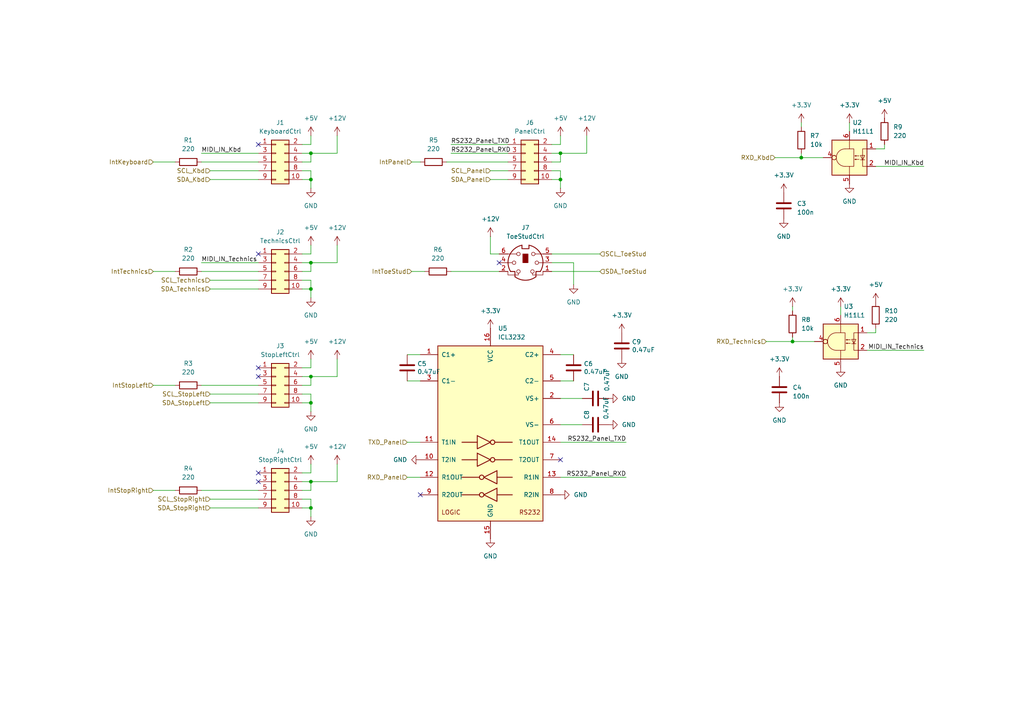
<source format=kicad_sch>
(kicad_sch
	(version 20231120)
	(generator "eeschema")
	(generator_version "8.0")
	(uuid "9d09a982-7593-4e4a-9283-7d3ac26d6cfc")
	(paper "A4")
	(lib_symbols
		(symbol "Connector:Mini-DIN-6"
			(pin_names
				(offset 1.016)
			)
			(exclude_from_sim no)
			(in_bom yes)
			(on_board yes)
			(property "Reference" "J"
				(at 0 6.35 0)
				(effects
					(font
						(size 1.27 1.27)
					)
				)
			)
			(property "Value" "Mini-DIN-6"
				(at 0 -6.35 0)
				(effects
					(font
						(size 1.27 1.27)
					)
				)
			)
			(property "Footprint" ""
				(at 0 0 0)
				(effects
					(font
						(size 1.27 1.27)
					)
					(hide yes)
				)
			)
			(property "Datasheet" "http://service.powerdynamics.com/ec/Catalog17/Section%2011.pdf"
				(at 0 0 0)
				(effects
					(font
						(size 1.27 1.27)
					)
					(hide yes)
				)
			)
			(property "Description" "6-pin Mini-DIN connector"
				(at 0 0 0)
				(effects
					(font
						(size 1.27 1.27)
					)
					(hide yes)
				)
			)
			(property "ki_keywords" "Mini-DIN"
				(at 0 0 0)
				(effects
					(font
						(size 1.27 1.27)
					)
					(hide yes)
				)
			)
			(property "ki_fp_filters" "MINI?DIN*"
				(at 0 0 0)
				(effects
					(font
						(size 1.27 1.27)
					)
					(hide yes)
				)
			)
			(symbol "Mini-DIN-6_0_1"
				(circle
					(center -3.302 0)
					(radius 0.508)
					(stroke
						(width 0)
						(type default)
					)
					(fill
						(type none)
					)
				)
				(arc
					(start -3.048 -4.064)
					(mid 0 -5.08)
					(end 3.048 -4.064)
					(stroke
						(width 0.254)
						(type default)
					)
					(fill
						(type none)
					)
				)
				(circle
					(center -2.032 -2.54)
					(radius 0.508)
					(stroke
						(width 0)
						(type default)
					)
					(fill
						(type none)
					)
				)
				(circle
					(center -2.032 2.54)
					(radius 0.508)
					(stroke
						(width 0)
						(type default)
					)
					(fill
						(type none)
					)
				)
				(arc
					(start -1.016 5.08)
					(mid -4.6228 2.1214)
					(end -4.318 -2.54)
					(stroke
						(width 0.254)
						(type default)
					)
					(fill
						(type none)
					)
				)
				(rectangle
					(start -0.762 2.54)
					(end 0.762 0)
					(stroke
						(width 0)
						(type default)
					)
					(fill
						(type outline)
					)
				)
				(polyline
					(pts
						(xy -3.81 0) (xy -5.08 0)
					)
					(stroke
						(width 0)
						(type default)
					)
					(fill
						(type none)
					)
				)
				(polyline
					(pts
						(xy -2.54 2.54) (xy -5.08 2.54)
					)
					(stroke
						(width 0)
						(type default)
					)
					(fill
						(type none)
					)
				)
				(polyline
					(pts
						(xy 2.794 2.54) (xy 5.08 2.54)
					)
					(stroke
						(width 0)
						(type default)
					)
					(fill
						(type none)
					)
				)
				(polyline
					(pts
						(xy 5.08 0) (xy 3.81 0)
					)
					(stroke
						(width 0)
						(type default)
					)
					(fill
						(type none)
					)
				)
				(polyline
					(pts
						(xy -4.318 -2.54) (xy -3.048 -2.54) (xy -3.048 -4.064)
					)
					(stroke
						(width 0.254)
						(type default)
					)
					(fill
						(type none)
					)
				)
				(polyline
					(pts
						(xy 4.318 -2.54) (xy 3.048 -2.54) (xy 3.048 -4.064)
					)
					(stroke
						(width 0.254)
						(type default)
					)
					(fill
						(type none)
					)
				)
				(polyline
					(pts
						(xy -2.032 -3.048) (xy -2.032 -3.556) (xy -5.08 -3.556) (xy -5.08 -2.54)
					)
					(stroke
						(width 0)
						(type default)
					)
					(fill
						(type none)
					)
				)
				(polyline
					(pts
						(xy -1.016 5.08) (xy -1.016 4.064) (xy 1.016 4.064) (xy 1.016 5.08)
					)
					(stroke
						(width 0.254)
						(type default)
					)
					(fill
						(type none)
					)
				)
				(polyline
					(pts
						(xy 2.032 -3.048) (xy 2.032 -3.556) (xy 5.08 -3.556) (xy 5.08 -2.54)
					)
					(stroke
						(width 0)
						(type default)
					)
					(fill
						(type none)
					)
				)
				(circle
					(center 2.032 -2.54)
					(radius 0.508)
					(stroke
						(width 0)
						(type default)
					)
					(fill
						(type none)
					)
				)
				(circle
					(center 2.286 2.54)
					(radius 0.508)
					(stroke
						(width 0)
						(type default)
					)
					(fill
						(type none)
					)
				)
				(circle
					(center 3.302 0)
					(radius 0.508)
					(stroke
						(width 0)
						(type default)
					)
					(fill
						(type none)
					)
				)
				(arc
					(start 4.318 -2.54)
					(mid 4.6661 2.1322)
					(end 1.016 5.08)
					(stroke
						(width 0.254)
						(type default)
					)
					(fill
						(type none)
					)
				)
			)
			(symbol "Mini-DIN-6_1_1"
				(pin passive line
					(at 7.62 -2.54 180)
					(length 2.54)
					(name "~"
						(effects
							(font
								(size 1.27 1.27)
							)
						)
					)
					(number "1"
						(effects
							(font
								(size 1.27 1.27)
							)
						)
					)
				)
				(pin passive line
					(at -7.62 -2.54 0)
					(length 2.54)
					(name "~"
						(effects
							(font
								(size 1.27 1.27)
							)
						)
					)
					(number "2"
						(effects
							(font
								(size 1.27 1.27)
							)
						)
					)
				)
				(pin passive line
					(at 7.62 0 180)
					(length 2.54)
					(name "~"
						(effects
							(font
								(size 1.27 1.27)
							)
						)
					)
					(number "3"
						(effects
							(font
								(size 1.27 1.27)
							)
						)
					)
				)
				(pin passive line
					(at -7.62 0 0)
					(length 2.54)
					(name "~"
						(effects
							(font
								(size 1.27 1.27)
							)
						)
					)
					(number "4"
						(effects
							(font
								(size 1.27 1.27)
							)
						)
					)
				)
				(pin passive line
					(at 7.62 2.54 180)
					(length 2.54)
					(name "~"
						(effects
							(font
								(size 1.27 1.27)
							)
						)
					)
					(number "5"
						(effects
							(font
								(size 1.27 1.27)
							)
						)
					)
				)
				(pin passive line
					(at -7.62 2.54 0)
					(length 2.54)
					(name "~"
						(effects
							(font
								(size 1.27 1.27)
							)
						)
					)
					(number "6"
						(effects
							(font
								(size 1.27 1.27)
							)
						)
					)
				)
			)
		)
		(symbol "Connector_Generic:Conn_02x05_Odd_Even"
			(pin_names
				(offset 1.016) hide)
			(exclude_from_sim no)
			(in_bom yes)
			(on_board yes)
			(property "Reference" "J"
				(at 1.27 7.62 0)
				(effects
					(font
						(size 1.27 1.27)
					)
				)
			)
			(property "Value" "Conn_02x05_Odd_Even"
				(at 1.27 -7.62 0)
				(effects
					(font
						(size 1.27 1.27)
					)
				)
			)
			(property "Footprint" ""
				(at 0 0 0)
				(effects
					(font
						(size 1.27 1.27)
					)
					(hide yes)
				)
			)
			(property "Datasheet" "~"
				(at 0 0 0)
				(effects
					(font
						(size 1.27 1.27)
					)
					(hide yes)
				)
			)
			(property "Description" "Generic connector, double row, 02x05, odd/even pin numbering scheme (row 1 odd numbers, row 2 even numbers), script generated (kicad-library-utils/schlib/autogen/connector/)"
				(at 0 0 0)
				(effects
					(font
						(size 1.27 1.27)
					)
					(hide yes)
				)
			)
			(property "ki_keywords" "connector"
				(at 0 0 0)
				(effects
					(font
						(size 1.27 1.27)
					)
					(hide yes)
				)
			)
			(property "ki_fp_filters" "Connector*:*_2x??_*"
				(at 0 0 0)
				(effects
					(font
						(size 1.27 1.27)
					)
					(hide yes)
				)
			)
			(symbol "Conn_02x05_Odd_Even_1_1"
				(rectangle
					(start -1.27 -4.953)
					(end 0 -5.207)
					(stroke
						(width 0.1524)
						(type default)
					)
					(fill
						(type none)
					)
				)
				(rectangle
					(start -1.27 -2.413)
					(end 0 -2.667)
					(stroke
						(width 0.1524)
						(type default)
					)
					(fill
						(type none)
					)
				)
				(rectangle
					(start -1.27 0.127)
					(end 0 -0.127)
					(stroke
						(width 0.1524)
						(type default)
					)
					(fill
						(type none)
					)
				)
				(rectangle
					(start -1.27 2.667)
					(end 0 2.413)
					(stroke
						(width 0.1524)
						(type default)
					)
					(fill
						(type none)
					)
				)
				(rectangle
					(start -1.27 5.207)
					(end 0 4.953)
					(stroke
						(width 0.1524)
						(type default)
					)
					(fill
						(type none)
					)
				)
				(rectangle
					(start -1.27 6.35)
					(end 3.81 -6.35)
					(stroke
						(width 0.254)
						(type default)
					)
					(fill
						(type background)
					)
				)
				(rectangle
					(start 3.81 -4.953)
					(end 2.54 -5.207)
					(stroke
						(width 0.1524)
						(type default)
					)
					(fill
						(type none)
					)
				)
				(rectangle
					(start 3.81 -2.413)
					(end 2.54 -2.667)
					(stroke
						(width 0.1524)
						(type default)
					)
					(fill
						(type none)
					)
				)
				(rectangle
					(start 3.81 0.127)
					(end 2.54 -0.127)
					(stroke
						(width 0.1524)
						(type default)
					)
					(fill
						(type none)
					)
				)
				(rectangle
					(start 3.81 2.667)
					(end 2.54 2.413)
					(stroke
						(width 0.1524)
						(type default)
					)
					(fill
						(type none)
					)
				)
				(rectangle
					(start 3.81 5.207)
					(end 2.54 4.953)
					(stroke
						(width 0.1524)
						(type default)
					)
					(fill
						(type none)
					)
				)
				(pin passive line
					(at -5.08 5.08 0)
					(length 3.81)
					(name "Pin_1"
						(effects
							(font
								(size 1.27 1.27)
							)
						)
					)
					(number "1"
						(effects
							(font
								(size 1.27 1.27)
							)
						)
					)
				)
				(pin passive line
					(at 7.62 -5.08 180)
					(length 3.81)
					(name "Pin_10"
						(effects
							(font
								(size 1.27 1.27)
							)
						)
					)
					(number "10"
						(effects
							(font
								(size 1.27 1.27)
							)
						)
					)
				)
				(pin passive line
					(at 7.62 5.08 180)
					(length 3.81)
					(name "Pin_2"
						(effects
							(font
								(size 1.27 1.27)
							)
						)
					)
					(number "2"
						(effects
							(font
								(size 1.27 1.27)
							)
						)
					)
				)
				(pin passive line
					(at -5.08 2.54 0)
					(length 3.81)
					(name "Pin_3"
						(effects
							(font
								(size 1.27 1.27)
							)
						)
					)
					(number "3"
						(effects
							(font
								(size 1.27 1.27)
							)
						)
					)
				)
				(pin passive line
					(at 7.62 2.54 180)
					(length 3.81)
					(name "Pin_4"
						(effects
							(font
								(size 1.27 1.27)
							)
						)
					)
					(number "4"
						(effects
							(font
								(size 1.27 1.27)
							)
						)
					)
				)
				(pin passive line
					(at -5.08 0 0)
					(length 3.81)
					(name "Pin_5"
						(effects
							(font
								(size 1.27 1.27)
							)
						)
					)
					(number "5"
						(effects
							(font
								(size 1.27 1.27)
							)
						)
					)
				)
				(pin passive line
					(at 7.62 0 180)
					(length 3.81)
					(name "Pin_6"
						(effects
							(font
								(size 1.27 1.27)
							)
						)
					)
					(number "6"
						(effects
							(font
								(size 1.27 1.27)
							)
						)
					)
				)
				(pin passive line
					(at -5.08 -2.54 0)
					(length 3.81)
					(name "Pin_7"
						(effects
							(font
								(size 1.27 1.27)
							)
						)
					)
					(number "7"
						(effects
							(font
								(size 1.27 1.27)
							)
						)
					)
				)
				(pin passive line
					(at 7.62 -2.54 180)
					(length 3.81)
					(name "Pin_8"
						(effects
							(font
								(size 1.27 1.27)
							)
						)
					)
					(number "8"
						(effects
							(font
								(size 1.27 1.27)
							)
						)
					)
				)
				(pin passive line
					(at -5.08 -5.08 0)
					(length 3.81)
					(name "Pin_9"
						(effects
							(font
								(size 1.27 1.27)
							)
						)
					)
					(number "9"
						(effects
							(font
								(size 1.27 1.27)
							)
						)
					)
				)
			)
		)
		(symbol "Device:C"
			(pin_numbers hide)
			(pin_names
				(offset 0.254)
			)
			(exclude_from_sim no)
			(in_bom yes)
			(on_board yes)
			(property "Reference" "C"
				(at 0.635 2.54 0)
				(effects
					(font
						(size 1.27 1.27)
					)
					(justify left)
				)
			)
			(property "Value" "C"
				(at 0.635 -2.54 0)
				(effects
					(font
						(size 1.27 1.27)
					)
					(justify left)
				)
			)
			(property "Footprint" ""
				(at 0.9652 -3.81 0)
				(effects
					(font
						(size 1.27 1.27)
					)
					(hide yes)
				)
			)
			(property "Datasheet" "~"
				(at 0 0 0)
				(effects
					(font
						(size 1.27 1.27)
					)
					(hide yes)
				)
			)
			(property "Description" "Unpolarized capacitor"
				(at 0 0 0)
				(effects
					(font
						(size 1.27 1.27)
					)
					(hide yes)
				)
			)
			(property "ki_keywords" "cap capacitor"
				(at 0 0 0)
				(effects
					(font
						(size 1.27 1.27)
					)
					(hide yes)
				)
			)
			(property "ki_fp_filters" "C_*"
				(at 0 0 0)
				(effects
					(font
						(size 1.27 1.27)
					)
					(hide yes)
				)
			)
			(symbol "C_0_1"
				(polyline
					(pts
						(xy -2.032 -0.762) (xy 2.032 -0.762)
					)
					(stroke
						(width 0.508)
						(type default)
					)
					(fill
						(type none)
					)
				)
				(polyline
					(pts
						(xy -2.032 0.762) (xy 2.032 0.762)
					)
					(stroke
						(width 0.508)
						(type default)
					)
					(fill
						(type none)
					)
				)
			)
			(symbol "C_1_1"
				(pin passive line
					(at 0 3.81 270)
					(length 2.794)
					(name "~"
						(effects
							(font
								(size 1.27 1.27)
							)
						)
					)
					(number "1"
						(effects
							(font
								(size 1.27 1.27)
							)
						)
					)
				)
				(pin passive line
					(at 0 -3.81 90)
					(length 2.794)
					(name "~"
						(effects
							(font
								(size 1.27 1.27)
							)
						)
					)
					(number "2"
						(effects
							(font
								(size 1.27 1.27)
							)
						)
					)
				)
			)
		)
		(symbol "Device:R"
			(pin_numbers hide)
			(pin_names
				(offset 0)
			)
			(exclude_from_sim no)
			(in_bom yes)
			(on_board yes)
			(property "Reference" "R"
				(at 2.032 0 90)
				(effects
					(font
						(size 1.27 1.27)
					)
				)
			)
			(property "Value" "R"
				(at 0 0 90)
				(effects
					(font
						(size 1.27 1.27)
					)
				)
			)
			(property "Footprint" ""
				(at -1.778 0 90)
				(effects
					(font
						(size 1.27 1.27)
					)
					(hide yes)
				)
			)
			(property "Datasheet" "~"
				(at 0 0 0)
				(effects
					(font
						(size 1.27 1.27)
					)
					(hide yes)
				)
			)
			(property "Description" "Resistor"
				(at 0 0 0)
				(effects
					(font
						(size 1.27 1.27)
					)
					(hide yes)
				)
			)
			(property "ki_keywords" "R res resistor"
				(at 0 0 0)
				(effects
					(font
						(size 1.27 1.27)
					)
					(hide yes)
				)
			)
			(property "ki_fp_filters" "R_*"
				(at 0 0 0)
				(effects
					(font
						(size 1.27 1.27)
					)
					(hide yes)
				)
			)
			(symbol "R_0_1"
				(rectangle
					(start -1.016 -2.54)
					(end 1.016 2.54)
					(stroke
						(width 0.254)
						(type default)
					)
					(fill
						(type none)
					)
				)
			)
			(symbol "R_1_1"
				(pin passive line
					(at 0 3.81 270)
					(length 1.27)
					(name "~"
						(effects
							(font
								(size 1.27 1.27)
							)
						)
					)
					(number "1"
						(effects
							(font
								(size 1.27 1.27)
							)
						)
					)
				)
				(pin passive line
					(at 0 -3.81 90)
					(length 1.27)
					(name "~"
						(effects
							(font
								(size 1.27 1.27)
							)
						)
					)
					(number "2"
						(effects
							(font
								(size 1.27 1.27)
							)
						)
					)
				)
			)
		)
		(symbol "Interface_UART:ICL3232"
			(pin_names
				(offset 1.016)
			)
			(exclude_from_sim no)
			(in_bom yes)
			(on_board yes)
			(property "Reference" "U"
				(at -2.54 28.575 0)
				(effects
					(font
						(size 1.27 1.27)
					)
					(justify right)
				)
			)
			(property "Value" "ICL3232"
				(at -2.54 26.67 0)
				(effects
					(font
						(size 1.27 1.27)
					)
					(justify right)
				)
			)
			(property "Footprint" ""
				(at 1.27 -26.67 0)
				(effects
					(font
						(size 1.27 1.27)
					)
					(justify left)
					(hide yes)
				)
			)
			(property "Datasheet" "http://www.intersil.com/content/dam/Intersil/documents/icl3/icl3221-22-23-32-41-43.pdf"
				(at 0 2.54 0)
				(effects
					(font
						(size 1.27 1.27)
					)
					(hide yes)
				)
			)
			(property "Description" "3.0V to 5.5V, Low-Power, up to 250kbps, True RS-232 Transceivers Using Four 0.1μF External Capacitors"
				(at 0 0 0)
				(effects
					(font
						(size 1.27 1.27)
					)
					(hide yes)
				)
			)
			(property "ki_keywords" "rs232 uart transceiver line-driver"
				(at 0 0 0)
				(effects
					(font
						(size 1.27 1.27)
					)
					(hide yes)
				)
			)
			(property "ki_fp_filters" "SOIC*P1.27mm* DIP*W7.62mm* TSSOP*4.4x5mm*P0.65mm*"
				(at 0 0 0)
				(effects
					(font
						(size 1.27 1.27)
					)
					(hide yes)
				)
			)
			(symbol "ICL3232_0_0"
				(text "LOGIC"
					(at -11.43 -22.86 0)
					(effects
						(font
							(size 1.27 1.27)
						)
					)
				)
				(text "RS232"
					(at 11.43 -22.86 0)
					(effects
						(font
							(size 1.27 1.27)
						)
					)
				)
			)
			(symbol "ICL3232_0_1"
				(rectangle
					(start -15.24 -25.4)
					(end 15.24 25.4)
					(stroke
						(width 0.254)
						(type default)
					)
					(fill
						(type background)
					)
				)
				(circle
					(center -2.54 -17.78)
					(radius 0.635)
					(stroke
						(width 0.254)
						(type default)
					)
					(fill
						(type none)
					)
				)
				(circle
					(center -2.54 -12.7)
					(radius 0.635)
					(stroke
						(width 0.254)
						(type default)
					)
					(fill
						(type none)
					)
				)
				(polyline
					(pts
						(xy -3.81 -7.62) (xy -8.255 -7.62)
					)
					(stroke
						(width 0.254)
						(type default)
					)
					(fill
						(type none)
					)
				)
				(polyline
					(pts
						(xy -3.81 -2.54) (xy -8.255 -2.54)
					)
					(stroke
						(width 0.254)
						(type default)
					)
					(fill
						(type none)
					)
				)
				(polyline
					(pts
						(xy -3.175 -17.78) (xy -8.255 -17.78)
					)
					(stroke
						(width 0.254)
						(type default)
					)
					(fill
						(type none)
					)
				)
				(polyline
					(pts
						(xy -3.175 -12.7) (xy -8.255 -12.7)
					)
					(stroke
						(width 0.254)
						(type default)
					)
					(fill
						(type none)
					)
				)
				(polyline
					(pts
						(xy 1.27 -7.62) (xy 6.35 -7.62)
					)
					(stroke
						(width 0.254)
						(type default)
					)
					(fill
						(type none)
					)
				)
				(polyline
					(pts
						(xy 1.27 -2.54) (xy 6.35 -2.54)
					)
					(stroke
						(width 0.254)
						(type default)
					)
					(fill
						(type none)
					)
				)
				(polyline
					(pts
						(xy 1.905 -17.78) (xy 6.35 -17.78)
					)
					(stroke
						(width 0.254)
						(type default)
					)
					(fill
						(type none)
					)
				)
				(polyline
					(pts
						(xy 1.905 -12.7) (xy 6.35 -12.7)
					)
					(stroke
						(width 0.254)
						(type default)
					)
					(fill
						(type none)
					)
				)
				(polyline
					(pts
						(xy -3.81 -5.715) (xy -3.81 -9.525) (xy 0 -7.62) (xy -3.81 -5.715)
					)
					(stroke
						(width 0.254)
						(type default)
					)
					(fill
						(type none)
					)
				)
				(polyline
					(pts
						(xy -3.81 -0.635) (xy -3.81 -4.445) (xy 0 -2.54) (xy -3.81 -0.635)
					)
					(stroke
						(width 0.254)
						(type default)
					)
					(fill
						(type none)
					)
				)
				(polyline
					(pts
						(xy 1.905 -15.875) (xy 1.905 -19.685) (xy -1.905 -17.78) (xy 1.905 -15.875)
					)
					(stroke
						(width 0.254)
						(type default)
					)
					(fill
						(type none)
					)
				)
				(polyline
					(pts
						(xy 1.905 -10.795) (xy 1.905 -14.605) (xy -1.905 -12.7) (xy 1.905 -10.795)
					)
					(stroke
						(width 0.254)
						(type default)
					)
					(fill
						(type none)
					)
				)
				(circle
					(center 0.635 -7.62)
					(radius 0.635)
					(stroke
						(width 0.254)
						(type default)
					)
					(fill
						(type none)
					)
				)
				(circle
					(center 0.635 -2.54)
					(radius 0.635)
					(stroke
						(width 0.254)
						(type default)
					)
					(fill
						(type none)
					)
				)
			)
			(symbol "ICL3232_1_1"
				(pin passive line
					(at -20.32 22.86 0)
					(length 5.08)
					(name "C1+"
						(effects
							(font
								(size 1.27 1.27)
							)
						)
					)
					(number "1"
						(effects
							(font
								(size 1.27 1.27)
							)
						)
					)
				)
				(pin input line
					(at -20.32 -7.62 0)
					(length 5.08)
					(name "T2IN"
						(effects
							(font
								(size 1.27 1.27)
							)
						)
					)
					(number "10"
						(effects
							(font
								(size 1.27 1.27)
							)
						)
					)
				)
				(pin input line
					(at -20.32 -2.54 0)
					(length 5.08)
					(name "T1IN"
						(effects
							(font
								(size 1.27 1.27)
							)
						)
					)
					(number "11"
						(effects
							(font
								(size 1.27 1.27)
							)
						)
					)
				)
				(pin output line
					(at -20.32 -12.7 0)
					(length 5.08)
					(name "R1OUT"
						(effects
							(font
								(size 1.27 1.27)
							)
						)
					)
					(number "12"
						(effects
							(font
								(size 1.27 1.27)
							)
						)
					)
				)
				(pin input line
					(at 20.32 -12.7 180)
					(length 5.08)
					(name "R1IN"
						(effects
							(font
								(size 1.27 1.27)
							)
						)
					)
					(number "13"
						(effects
							(font
								(size 1.27 1.27)
							)
						)
					)
				)
				(pin output line
					(at 20.32 -2.54 180)
					(length 5.08)
					(name "T1OUT"
						(effects
							(font
								(size 1.27 1.27)
							)
						)
					)
					(number "14"
						(effects
							(font
								(size 1.27 1.27)
							)
						)
					)
				)
				(pin power_in line
					(at 0 -30.48 90)
					(length 5.08)
					(name "GND"
						(effects
							(font
								(size 1.27 1.27)
							)
						)
					)
					(number "15"
						(effects
							(font
								(size 1.27 1.27)
							)
						)
					)
				)
				(pin power_in line
					(at 0 30.48 270)
					(length 5.08)
					(name "VCC"
						(effects
							(font
								(size 1.27 1.27)
							)
						)
					)
					(number "16"
						(effects
							(font
								(size 1.27 1.27)
							)
						)
					)
				)
				(pin power_out line
					(at 20.32 10.16 180)
					(length 5.08)
					(name "VS+"
						(effects
							(font
								(size 1.27 1.27)
							)
						)
					)
					(number "2"
						(effects
							(font
								(size 1.27 1.27)
							)
						)
					)
				)
				(pin passive line
					(at -20.32 15.24 0)
					(length 5.08)
					(name "C1-"
						(effects
							(font
								(size 1.27 1.27)
							)
						)
					)
					(number "3"
						(effects
							(font
								(size 1.27 1.27)
							)
						)
					)
				)
				(pin passive line
					(at 20.32 22.86 180)
					(length 5.08)
					(name "C2+"
						(effects
							(font
								(size 1.27 1.27)
							)
						)
					)
					(number "4"
						(effects
							(font
								(size 1.27 1.27)
							)
						)
					)
				)
				(pin passive line
					(at 20.32 15.24 180)
					(length 5.08)
					(name "C2-"
						(effects
							(font
								(size 1.27 1.27)
							)
						)
					)
					(number "5"
						(effects
							(font
								(size 1.27 1.27)
							)
						)
					)
				)
				(pin power_out line
					(at 20.32 2.54 180)
					(length 5.08)
					(name "VS-"
						(effects
							(font
								(size 1.27 1.27)
							)
						)
					)
					(number "6"
						(effects
							(font
								(size 1.27 1.27)
							)
						)
					)
				)
				(pin output line
					(at 20.32 -7.62 180)
					(length 5.08)
					(name "T2OUT"
						(effects
							(font
								(size 1.27 1.27)
							)
						)
					)
					(number "7"
						(effects
							(font
								(size 1.27 1.27)
							)
						)
					)
				)
				(pin input line
					(at 20.32 -17.78 180)
					(length 5.08)
					(name "R2IN"
						(effects
							(font
								(size 1.27 1.27)
							)
						)
					)
					(number "8"
						(effects
							(font
								(size 1.27 1.27)
							)
						)
					)
				)
				(pin output line
					(at -20.32 -17.78 0)
					(length 5.08)
					(name "R2OUT"
						(effects
							(font
								(size 1.27 1.27)
							)
						)
					)
					(number "9"
						(effects
							(font
								(size 1.27 1.27)
							)
						)
					)
				)
			)
		)
		(symbol "Isolator:H11L1"
			(pin_names
				(offset 1.016)
			)
			(exclude_from_sim no)
			(in_bom yes)
			(on_board yes)
			(property "Reference" "U"
				(at 1.27 8.89 0)
				(effects
					(font
						(size 1.27 1.27)
					)
					(justify left)
				)
			)
			(property "Value" "H11L1"
				(at 1.27 6.35 0)
				(effects
					(font
						(size 1.27 1.27)
					)
					(justify left)
				)
			)
			(property "Footprint" ""
				(at -2.286 0 0)
				(effects
					(font
						(size 1.27 1.27)
					)
					(hide yes)
				)
			)
			(property "Datasheet" "https://www.onsemi.com/pub/Collateral/H11L3M-D.PDF"
				(at -2.286 0 0)
				(effects
					(font
						(size 1.27 1.27)
					)
					(hide yes)
				)
			)
			(property "Description" "Schmitt Trigger Output Optocoupler, High Speed, DIP-6, 1.6mA turn on threshold"
				(at 0 0 0)
				(effects
					(font
						(size 1.27 1.27)
					)
					(hide yes)
				)
			)
			(property "ki_keywords" "High Speed Schmitt Optocoupler"
				(at 0 0 0)
				(effects
					(font
						(size 1.27 1.27)
					)
					(hide yes)
				)
			)
			(property "ki_fp_filters" "DIP*W7.62mm* DIP*W10.16mm* SMDIP*W9.53mm*"
				(at 0 0 0)
				(effects
					(font
						(size 1.27 1.27)
					)
					(hide yes)
				)
			)
			(symbol "H11L1_0_1"
				(rectangle
					(start -5.08 5.08)
					(end 5.08 -5.08)
					(stroke
						(width 0.254)
						(type default)
					)
					(fill
						(type background)
					)
				)
				(polyline
					(pts
						(xy -4.445 -0.635) (xy -3.175 -0.635)
					)
					(stroke
						(width 0)
						(type default)
					)
					(fill
						(type none)
					)
				)
				(polyline
					(pts
						(xy 0 2.54) (xy 0 5.08)
					)
					(stroke
						(width 0)
						(type default)
					)
					(fill
						(type none)
					)
				)
				(polyline
					(pts
						(xy 0 -2.54) (xy 0 -5.08) (xy 0 -3.81)
					)
					(stroke
						(width 0)
						(type default)
					)
					(fill
						(type none)
					)
				)
				(polyline
					(pts
						(xy -5.08 -2.54) (xy -3.81 -2.54) (xy -3.81 2.54) (xy -5.08 2.54)
					)
					(stroke
						(width 0)
						(type default)
					)
					(fill
						(type none)
					)
				)
				(polyline
					(pts
						(xy -3.81 -0.635) (xy -4.445 0.635) (xy -3.175 0.635) (xy -3.81 -0.635)
					)
					(stroke
						(width 0)
						(type default)
					)
					(fill
						(type none)
					)
				)
				(polyline
					(pts
						(xy 1.27 -2.54) (xy -1.27 -2.54) (xy -1.27 2.54) (xy 1.27 2.54)
					)
					(stroke
						(width 0)
						(type default)
					)
					(fill
						(type none)
					)
				)
				(polyline
					(pts
						(xy -2.794 -0.508) (xy -1.524 -0.508) (xy -1.905 -0.635) (xy -1.905 -0.381) (xy -1.524 -0.508)
					)
					(stroke
						(width 0)
						(type default)
					)
					(fill
						(type none)
					)
				)
				(polyline
					(pts
						(xy -2.794 0.508) (xy -1.524 0.508) (xy -1.905 0.381) (xy -1.905 0.635) (xy -1.524 0.508)
					)
					(stroke
						(width 0)
						(type default)
					)
					(fill
						(type none)
					)
				)
				(arc
					(start 1.27 -2.54)
					(mid 3.799 0)
					(end 1.27 2.54)
					(stroke
						(width 0)
						(type default)
					)
					(fill
						(type none)
					)
				)
			)
			(symbol "H11L1_1_1"
				(pin passive line
					(at -7.62 2.54 0)
					(length 2.54)
					(name "~"
						(effects
							(font
								(size 1.27 1.27)
							)
						)
					)
					(number "1"
						(effects
							(font
								(size 1.27 1.27)
							)
						)
					)
				)
				(pin passive line
					(at -7.62 -2.54 0)
					(length 2.54)
					(name "~"
						(effects
							(font
								(size 1.27 1.27)
							)
						)
					)
					(number "2"
						(effects
							(font
								(size 1.27 1.27)
							)
						)
					)
				)
				(pin no_connect line
					(at -5.08 0 0)
					(length 2.54) hide
					(name "~"
						(effects
							(font
								(size 1.27 1.27)
							)
						)
					)
					(number "3"
						(effects
							(font
								(size 1.27 1.27)
							)
						)
					)
				)
				(pin output inverted
					(at 7.62 0 180)
					(length 3.81)
					(name "~"
						(effects
							(font
								(size 1.27 1.27)
							)
						)
					)
					(number "4"
						(effects
							(font
								(size 1.27 1.27)
							)
						)
					)
				)
				(pin power_in line
					(at 0 -7.62 90)
					(length 2.54)
					(name "~"
						(effects
							(font
								(size 1.27 1.27)
							)
						)
					)
					(number "5"
						(effects
							(font
								(size 1.27 1.27)
							)
						)
					)
				)
				(pin power_in line
					(at 0 7.62 270)
					(length 2.54)
					(name "~"
						(effects
							(font
								(size 1.27 1.27)
							)
						)
					)
					(number "6"
						(effects
							(font
								(size 1.27 1.27)
							)
						)
					)
				)
			)
		)
		(symbol "power:+12V"
			(power)
			(pin_numbers hide)
			(pin_names
				(offset 0) hide)
			(exclude_from_sim no)
			(in_bom yes)
			(on_board yes)
			(property "Reference" "#PWR"
				(at 0 -3.81 0)
				(effects
					(font
						(size 1.27 1.27)
					)
					(hide yes)
				)
			)
			(property "Value" "+12V"
				(at 0 3.556 0)
				(effects
					(font
						(size 1.27 1.27)
					)
				)
			)
			(property "Footprint" ""
				(at 0 0 0)
				(effects
					(font
						(size 1.27 1.27)
					)
					(hide yes)
				)
			)
			(property "Datasheet" ""
				(at 0 0 0)
				(effects
					(font
						(size 1.27 1.27)
					)
					(hide yes)
				)
			)
			(property "Description" "Power symbol creates a global label with name \"+12V\""
				(at 0 0 0)
				(effects
					(font
						(size 1.27 1.27)
					)
					(hide yes)
				)
			)
			(property "ki_keywords" "global power"
				(at 0 0 0)
				(effects
					(font
						(size 1.27 1.27)
					)
					(hide yes)
				)
			)
			(symbol "+12V_0_1"
				(polyline
					(pts
						(xy -0.762 1.27) (xy 0 2.54)
					)
					(stroke
						(width 0)
						(type default)
					)
					(fill
						(type none)
					)
				)
				(polyline
					(pts
						(xy 0 0) (xy 0 2.54)
					)
					(stroke
						(width 0)
						(type default)
					)
					(fill
						(type none)
					)
				)
				(polyline
					(pts
						(xy 0 2.54) (xy 0.762 1.27)
					)
					(stroke
						(width 0)
						(type default)
					)
					(fill
						(type none)
					)
				)
			)
			(symbol "+12V_1_1"
				(pin power_in line
					(at 0 0 90)
					(length 0)
					(name "~"
						(effects
							(font
								(size 1.27 1.27)
							)
						)
					)
					(number "1"
						(effects
							(font
								(size 1.27 1.27)
							)
						)
					)
				)
			)
		)
		(symbol "power:+3.3V"
			(power)
			(pin_numbers hide)
			(pin_names
				(offset 0) hide)
			(exclude_from_sim no)
			(in_bom yes)
			(on_board yes)
			(property "Reference" "#PWR"
				(at 0 -3.81 0)
				(effects
					(font
						(size 1.27 1.27)
					)
					(hide yes)
				)
			)
			(property "Value" "+3.3V"
				(at 0 3.556 0)
				(effects
					(font
						(size 1.27 1.27)
					)
				)
			)
			(property "Footprint" ""
				(at 0 0 0)
				(effects
					(font
						(size 1.27 1.27)
					)
					(hide yes)
				)
			)
			(property "Datasheet" ""
				(at 0 0 0)
				(effects
					(font
						(size 1.27 1.27)
					)
					(hide yes)
				)
			)
			(property "Description" "Power symbol creates a global label with name \"+3.3V\""
				(at 0 0 0)
				(effects
					(font
						(size 1.27 1.27)
					)
					(hide yes)
				)
			)
			(property "ki_keywords" "global power"
				(at 0 0 0)
				(effects
					(font
						(size 1.27 1.27)
					)
					(hide yes)
				)
			)
			(symbol "+3.3V_0_1"
				(polyline
					(pts
						(xy -0.762 1.27) (xy 0 2.54)
					)
					(stroke
						(width 0)
						(type default)
					)
					(fill
						(type none)
					)
				)
				(polyline
					(pts
						(xy 0 0) (xy 0 2.54)
					)
					(stroke
						(width 0)
						(type default)
					)
					(fill
						(type none)
					)
				)
				(polyline
					(pts
						(xy 0 2.54) (xy 0.762 1.27)
					)
					(stroke
						(width 0)
						(type default)
					)
					(fill
						(type none)
					)
				)
			)
			(symbol "+3.3V_1_1"
				(pin power_in line
					(at 0 0 90)
					(length 0)
					(name "~"
						(effects
							(font
								(size 1.27 1.27)
							)
						)
					)
					(number "1"
						(effects
							(font
								(size 1.27 1.27)
							)
						)
					)
				)
			)
		)
		(symbol "power:+5V"
			(power)
			(pin_numbers hide)
			(pin_names
				(offset 0) hide)
			(exclude_from_sim no)
			(in_bom yes)
			(on_board yes)
			(property "Reference" "#PWR"
				(at 0 -3.81 0)
				(effects
					(font
						(size 1.27 1.27)
					)
					(hide yes)
				)
			)
			(property "Value" "+5V"
				(at 0 3.556 0)
				(effects
					(font
						(size 1.27 1.27)
					)
				)
			)
			(property "Footprint" ""
				(at 0 0 0)
				(effects
					(font
						(size 1.27 1.27)
					)
					(hide yes)
				)
			)
			(property "Datasheet" ""
				(at 0 0 0)
				(effects
					(font
						(size 1.27 1.27)
					)
					(hide yes)
				)
			)
			(property "Description" "Power symbol creates a global label with name \"+5V\""
				(at 0 0 0)
				(effects
					(font
						(size 1.27 1.27)
					)
					(hide yes)
				)
			)
			(property "ki_keywords" "global power"
				(at 0 0 0)
				(effects
					(font
						(size 1.27 1.27)
					)
					(hide yes)
				)
			)
			(symbol "+5V_0_1"
				(polyline
					(pts
						(xy -0.762 1.27) (xy 0 2.54)
					)
					(stroke
						(width 0)
						(type default)
					)
					(fill
						(type none)
					)
				)
				(polyline
					(pts
						(xy 0 0) (xy 0 2.54)
					)
					(stroke
						(width 0)
						(type default)
					)
					(fill
						(type none)
					)
				)
				(polyline
					(pts
						(xy 0 2.54) (xy 0.762 1.27)
					)
					(stroke
						(width 0)
						(type default)
					)
					(fill
						(type none)
					)
				)
			)
			(symbol "+5V_1_1"
				(pin power_in line
					(at 0 0 90)
					(length 0)
					(name "~"
						(effects
							(font
								(size 1.27 1.27)
							)
						)
					)
					(number "1"
						(effects
							(font
								(size 1.27 1.27)
							)
						)
					)
				)
			)
		)
		(symbol "power:GND"
			(power)
			(pin_numbers hide)
			(pin_names
				(offset 0) hide)
			(exclude_from_sim no)
			(in_bom yes)
			(on_board yes)
			(property "Reference" "#PWR"
				(at 0 -6.35 0)
				(effects
					(font
						(size 1.27 1.27)
					)
					(hide yes)
				)
			)
			(property "Value" "GND"
				(at 0 -3.81 0)
				(effects
					(font
						(size 1.27 1.27)
					)
				)
			)
			(property "Footprint" ""
				(at 0 0 0)
				(effects
					(font
						(size 1.27 1.27)
					)
					(hide yes)
				)
			)
			(property "Datasheet" ""
				(at 0 0 0)
				(effects
					(font
						(size 1.27 1.27)
					)
					(hide yes)
				)
			)
			(property "Description" "Power symbol creates a global label with name \"GND\" , ground"
				(at 0 0 0)
				(effects
					(font
						(size 1.27 1.27)
					)
					(hide yes)
				)
			)
			(property "ki_keywords" "global power"
				(at 0 0 0)
				(effects
					(font
						(size 1.27 1.27)
					)
					(hide yes)
				)
			)
			(symbol "GND_0_1"
				(polyline
					(pts
						(xy 0 0) (xy 0 -1.27) (xy 1.27 -1.27) (xy 0 -2.54) (xy -1.27 -1.27) (xy 0 -1.27)
					)
					(stroke
						(width 0)
						(type default)
					)
					(fill
						(type none)
					)
				)
			)
			(symbol "GND_1_1"
				(pin power_in line
					(at 0 0 270)
					(length 0)
					(name "~"
						(effects
							(font
								(size 1.27 1.27)
							)
						)
					)
					(number "1"
						(effects
							(font
								(size 1.27 1.27)
							)
						)
					)
				)
			)
		)
	)
	(junction
		(at 90.17 83.82)
		(diameter 0)
		(color 0 0 0 0)
		(uuid "1c54a03d-ba0d-4d2a-87ca-de78e8118519")
	)
	(junction
		(at 90.17 76.2)
		(diameter 0)
		(color 0 0 0 0)
		(uuid "22cae72f-cd09-402b-a36b-688379aa0698")
	)
	(junction
		(at 90.17 116.84)
		(diameter 0)
		(color 0 0 0 0)
		(uuid "294b6fbd-2dcf-46eb-ac7e-e9d6577f648d")
	)
	(junction
		(at 90.17 109.22)
		(diameter 0)
		(color 0 0 0 0)
		(uuid "4347c692-17e0-4db5-80d5-63b3de6a7955")
	)
	(junction
		(at 90.17 147.32)
		(diameter 0)
		(color 0 0 0 0)
		(uuid "5179e127-c279-4558-b8e4-9419ec228175")
	)
	(junction
		(at 162.56 52.07)
		(diameter 0)
		(color 0 0 0 0)
		(uuid "64af5f24-da9c-4cd9-9e6a-ae571d251431")
	)
	(junction
		(at 229.87 99.06)
		(diameter 0)
		(color 0 0 0 0)
		(uuid "950d337d-3904-407c-ac31-8e0d8f87491c")
	)
	(junction
		(at 90.17 52.07)
		(diameter 0)
		(color 0 0 0 0)
		(uuid "a2fc40cb-6732-441b-9766-a46cba91aa9f")
	)
	(junction
		(at 162.56 44.45)
		(diameter 0)
		(color 0 0 0 0)
		(uuid "bb7533f7-793b-4199-901d-5ba9b02de4c6")
	)
	(junction
		(at 90.17 44.45)
		(diameter 0)
		(color 0 0 0 0)
		(uuid "cff4c5d7-8a40-4fe5-8642-1bdbcf1600db")
	)
	(junction
		(at 232.41 45.72)
		(diameter 0)
		(color 0 0 0 0)
		(uuid "d2baa08c-799f-4763-be53-d9692e3f99e7")
	)
	(junction
		(at 90.17 139.7)
		(diameter 0)
		(color 0 0 0 0)
		(uuid "ebdcc52b-78d7-441f-8f92-f1ae99c9d591")
	)
	(no_connect
		(at 74.93 109.22)
		(uuid "12a05a39-2332-4d2b-9911-4e50706c5d8a")
	)
	(no_connect
		(at 74.93 137.16)
		(uuid "495d645d-2391-4ace-b99f-480c05eef912")
	)
	(no_connect
		(at 74.93 41.91)
		(uuid "526afe53-6304-4e73-a295-e154f3cd964c")
	)
	(no_connect
		(at 74.93 73.66)
		(uuid "801b681a-afec-42eb-875b-e31a3f4c4521")
	)
	(no_connect
		(at 144.78 76.2)
		(uuid "846565e5-6e19-4336-880e-7eaf52e23843")
	)
	(no_connect
		(at 162.56 133.35)
		(uuid "9db40bff-ad98-471b-aca3-9870472e16c8")
	)
	(no_connect
		(at 74.93 139.7)
		(uuid "c43e68c5-ef28-4e79-a36b-cc443f9f326d")
	)
	(no_connect
		(at 121.92 143.51)
		(uuid "f47c1e9c-d741-4290-a81e-30c14c882d5c")
	)
	(no_connect
		(at 74.93 106.68)
		(uuid "fc70189d-0a3d-4416-ad37-6e4b442bd59e")
	)
	(wire
		(pts
			(xy 160.02 76.2) (xy 166.37 76.2)
		)
		(stroke
			(width 0)
			(type default)
		)
		(uuid "02fbe640-aeee-47d3-b6e8-3b4c15001697")
	)
	(wire
		(pts
			(xy 130.81 44.45) (xy 147.32 44.45)
		)
		(stroke
			(width 0)
			(type default)
		)
		(uuid "04638030-8e1b-46e2-985c-3975aa05286e")
	)
	(wire
		(pts
			(xy 254 96.52) (xy 251.46 96.52)
		)
		(stroke
			(width 0)
			(type default)
		)
		(uuid "0498960c-593a-41c5-8473-a38a636117e1")
	)
	(wire
		(pts
			(xy 130.81 41.91) (xy 147.32 41.91)
		)
		(stroke
			(width 0)
			(type default)
		)
		(uuid "05605c97-0a81-4913-a32d-de5322fde6b2")
	)
	(wire
		(pts
			(xy 162.56 115.57) (xy 168.91 115.57)
		)
		(stroke
			(width 0)
			(type default)
		)
		(uuid "067f6c56-5adc-4b31-81a2-4c2ab302ce8c")
	)
	(wire
		(pts
			(xy 162.56 44.45) (xy 170.18 44.45)
		)
		(stroke
			(width 0)
			(type default)
		)
		(uuid "0719e384-bbed-4ce1-b001-4c169c9f5dec")
	)
	(wire
		(pts
			(xy 60.96 83.82) (xy 74.93 83.82)
		)
		(stroke
			(width 0)
			(type default)
		)
		(uuid "079e8e01-39f9-4402-b78f-fbad56dcb1b3")
	)
	(wire
		(pts
			(xy 90.17 78.74) (xy 90.17 76.2)
		)
		(stroke
			(width 0)
			(type default)
		)
		(uuid "07c3d98f-a4e7-4e79-8fdf-fd5d489c6c69")
	)
	(wire
		(pts
			(xy 90.17 44.45) (xy 97.79 44.45)
		)
		(stroke
			(width 0)
			(type default)
		)
		(uuid "0b89d6cc-f870-43a7-9ae8-9718f55144f5")
	)
	(wire
		(pts
			(xy 243.84 88.9) (xy 243.84 91.44)
		)
		(stroke
			(width 0)
			(type default)
		)
		(uuid "0ed18023-1d94-4936-b308-4588ada95436")
	)
	(wire
		(pts
			(xy 87.63 109.22) (xy 90.17 109.22)
		)
		(stroke
			(width 0)
			(type default)
		)
		(uuid "12b37148-195d-4281-a92e-96177f02df23")
	)
	(wire
		(pts
			(xy 90.17 134.62) (xy 90.17 137.16)
		)
		(stroke
			(width 0)
			(type default)
		)
		(uuid "172e4b17-7482-4a90-affb-70a336c607f6")
	)
	(wire
		(pts
			(xy 90.17 83.82) (xy 90.17 86.36)
		)
		(stroke
			(width 0)
			(type default)
		)
		(uuid "18cd26c8-3f3f-47ba-aa51-74119c96e443")
	)
	(wire
		(pts
			(xy 142.24 52.07) (xy 147.32 52.07)
		)
		(stroke
			(width 0)
			(type default)
		)
		(uuid "1962aa70-3932-435e-8eab-30170d5256c8")
	)
	(wire
		(pts
			(xy 87.63 114.3) (xy 90.17 114.3)
		)
		(stroke
			(width 0)
			(type default)
		)
		(uuid "1b985c70-ea21-4f0d-9963-1999e0e09a98")
	)
	(wire
		(pts
			(xy 87.63 76.2) (xy 90.17 76.2)
		)
		(stroke
			(width 0)
			(type default)
		)
		(uuid "1e5719dd-05f0-4d10-9df4-8313b2ed8735")
	)
	(wire
		(pts
			(xy 87.63 111.76) (xy 90.17 111.76)
		)
		(stroke
			(width 0)
			(type default)
		)
		(uuid "1f6eba62-d2c4-40f8-8982-df99479eb958")
	)
	(wire
		(pts
			(xy 166.37 76.2) (xy 166.37 82.55)
		)
		(stroke
			(width 0)
			(type default)
		)
		(uuid "214d27e4-68f4-4f9a-9e91-19c18e854318")
	)
	(wire
		(pts
			(xy 118.11 102.87) (xy 121.92 102.87)
		)
		(stroke
			(width 0)
			(type default)
		)
		(uuid "2306d322-15c6-4bf0-924b-74a7fbd38f74")
	)
	(wire
		(pts
			(xy 222.25 99.06) (xy 229.87 99.06)
		)
		(stroke
			(width 0)
			(type default)
		)
		(uuid "24be762c-3d45-4be4-a67d-90999d6bdf40")
	)
	(wire
		(pts
			(xy 97.79 71.12) (xy 97.79 76.2)
		)
		(stroke
			(width 0)
			(type default)
		)
		(uuid "251dc7f6-e238-4447-9907-8711cd266be8")
	)
	(wire
		(pts
			(xy 90.17 76.2) (xy 97.79 76.2)
		)
		(stroke
			(width 0)
			(type default)
		)
		(uuid "257c76d2-cb2f-4090-bce5-ff4d9394ddc4")
	)
	(wire
		(pts
			(xy 60.96 81.28) (xy 74.93 81.28)
		)
		(stroke
			(width 0)
			(type default)
		)
		(uuid "28186058-62c9-4e5f-8483-ab2b1fbb8a06")
	)
	(wire
		(pts
			(xy 160.02 44.45) (xy 162.56 44.45)
		)
		(stroke
			(width 0)
			(type default)
		)
		(uuid "28cd031d-3e82-4f47-8cec-d54281f4ec81")
	)
	(wire
		(pts
			(xy 144.78 73.66) (xy 142.24 73.66)
		)
		(stroke
			(width 0)
			(type default)
		)
		(uuid "2a1ac42c-ea66-4632-85d9-ad7b1b120807")
	)
	(wire
		(pts
			(xy 162.56 110.49) (xy 166.37 110.49)
		)
		(stroke
			(width 0)
			(type default)
		)
		(uuid "2cabe8c3-bd36-4556-a2e2-0b88577834a5")
	)
	(wire
		(pts
			(xy 119.38 78.74) (xy 123.19 78.74)
		)
		(stroke
			(width 0)
			(type default)
		)
		(uuid "2da6492a-939c-45da-8675-24921aec1931")
	)
	(wire
		(pts
			(xy 87.63 44.45) (xy 90.17 44.45)
		)
		(stroke
			(width 0)
			(type default)
		)
		(uuid "2f15986b-8ce0-4f1f-a72f-123d699d9916")
	)
	(wire
		(pts
			(xy 90.17 49.53) (xy 90.17 52.07)
		)
		(stroke
			(width 0)
			(type default)
		)
		(uuid "31a157a8-dd90-4fae-8d2e-5fa889ff3726")
	)
	(wire
		(pts
			(xy 162.56 123.19) (xy 168.91 123.19)
		)
		(stroke
			(width 0)
			(type default)
		)
		(uuid "32550135-3b2c-4918-96da-a6e2fd6fb7f2")
	)
	(wire
		(pts
			(xy 170.18 39.37) (xy 170.18 44.45)
		)
		(stroke
			(width 0)
			(type default)
		)
		(uuid "3426ed36-86e7-4704-a117-5e8edcf74137")
	)
	(wire
		(pts
			(xy 160.02 41.91) (xy 162.56 41.91)
		)
		(stroke
			(width 0)
			(type default)
		)
		(uuid "3857593a-43d3-4b0f-ac98-0574977d8a22")
	)
	(wire
		(pts
			(xy 160.02 73.66) (xy 173.99 73.66)
		)
		(stroke
			(width 0)
			(type default)
		)
		(uuid "3cd8b83a-7b6e-4e11-8917-d3aae76ac869")
	)
	(wire
		(pts
			(xy 119.38 46.99) (xy 121.92 46.99)
		)
		(stroke
			(width 0)
			(type default)
		)
		(uuid "3cfa2c15-43b6-4730-bc78-419e9c6cd02a")
	)
	(wire
		(pts
			(xy 246.38 35.56) (xy 246.38 38.1)
		)
		(stroke
			(width 0)
			(type default)
		)
		(uuid "3d5a425b-fe00-41a7-a38f-7063d1eb8ca0")
	)
	(wire
		(pts
			(xy 142.24 68.58) (xy 142.24 73.66)
		)
		(stroke
			(width 0)
			(type default)
		)
		(uuid "3f5a7923-059b-413f-bcb3-9b6ceea8b299")
	)
	(wire
		(pts
			(xy 229.87 88.9) (xy 229.87 90.17)
		)
		(stroke
			(width 0)
			(type default)
		)
		(uuid "3fa44a0f-60da-4101-b47c-1c9f28a764ef")
	)
	(wire
		(pts
			(xy 130.81 78.74) (xy 144.78 78.74)
		)
		(stroke
			(width 0)
			(type default)
		)
		(uuid "42f8a1b3-7c7b-467d-8c3d-09dd7fb8d78e")
	)
	(wire
		(pts
			(xy 44.45 46.99) (xy 50.8 46.99)
		)
		(stroke
			(width 0)
			(type default)
		)
		(uuid "440e9251-06a7-421a-bfc4-f436233e41fd")
	)
	(wire
		(pts
			(xy 160.02 52.07) (xy 162.56 52.07)
		)
		(stroke
			(width 0)
			(type default)
		)
		(uuid "465e1af2-119e-4506-b4ae-cbbbf0356fd1")
	)
	(wire
		(pts
			(xy 60.96 116.84) (xy 74.93 116.84)
		)
		(stroke
			(width 0)
			(type default)
		)
		(uuid "4688db9f-9ddd-4c7c-97b7-21a37b9f5e53")
	)
	(wire
		(pts
			(xy 58.42 142.24) (xy 74.93 142.24)
		)
		(stroke
			(width 0)
			(type default)
		)
		(uuid "470d5ef0-c021-49a5-bab2-7e25efa124b6")
	)
	(wire
		(pts
			(xy 90.17 39.37) (xy 90.17 41.91)
		)
		(stroke
			(width 0)
			(type default)
		)
		(uuid "49d26359-8065-4452-bbe5-6f98754e62ba")
	)
	(wire
		(pts
			(xy 87.63 137.16) (xy 90.17 137.16)
		)
		(stroke
			(width 0)
			(type default)
		)
		(uuid "4ae6f5b5-31b3-4a97-8127-7d72a9cbae7f")
	)
	(wire
		(pts
			(xy 44.45 111.76) (xy 50.8 111.76)
		)
		(stroke
			(width 0)
			(type default)
		)
		(uuid "4bb9db7d-4931-47ba-b62b-aab2350b0e67")
	)
	(wire
		(pts
			(xy 87.63 52.07) (xy 90.17 52.07)
		)
		(stroke
			(width 0)
			(type default)
		)
		(uuid "4bec385a-bfb7-472c-abbc-965dfb98e3f2")
	)
	(wire
		(pts
			(xy 162.56 46.99) (xy 162.56 44.45)
		)
		(stroke
			(width 0)
			(type default)
		)
		(uuid "50854601-7cd8-4051-9e1e-c1813350705d")
	)
	(wire
		(pts
			(xy 90.17 81.28) (xy 90.17 83.82)
		)
		(stroke
			(width 0)
			(type default)
		)
		(uuid "50bd12c3-ee84-4a45-8488-7220ee0114ab")
	)
	(wire
		(pts
			(xy 90.17 116.84) (xy 90.17 119.38)
		)
		(stroke
			(width 0)
			(type default)
		)
		(uuid "51c00b65-480c-48b1-a121-dcb96c35419d")
	)
	(wire
		(pts
			(xy 58.42 111.76) (xy 74.93 111.76)
		)
		(stroke
			(width 0)
			(type default)
		)
		(uuid "562a4d1b-f9ef-42f2-8f76-e27d973279bb")
	)
	(wire
		(pts
			(xy 58.42 76.2) (xy 74.93 76.2)
		)
		(stroke
			(width 0)
			(type default)
		)
		(uuid "59de508d-b92a-42ca-940d-9923a772bd3e")
	)
	(wire
		(pts
			(xy 162.56 102.87) (xy 166.37 102.87)
		)
		(stroke
			(width 0)
			(type default)
		)
		(uuid "5fd1c400-8014-4c38-9add-8fb8d657dec7")
	)
	(wire
		(pts
			(xy 254 95.25) (xy 254 96.52)
		)
		(stroke
			(width 0)
			(type default)
		)
		(uuid "62041cf0-2253-4c1f-8414-4372ed3e5531")
	)
	(wire
		(pts
			(xy 118.11 128.27) (xy 121.92 128.27)
		)
		(stroke
			(width 0)
			(type default)
		)
		(uuid "632eb865-c0fc-4758-87a4-1c2a4df8e6dc")
	)
	(wire
		(pts
			(xy 162.56 52.07) (xy 162.56 54.61)
		)
		(stroke
			(width 0)
			(type default)
		)
		(uuid "641abab3-255b-4862-a4cf-026931872d29")
	)
	(wire
		(pts
			(xy 142.24 49.53) (xy 147.32 49.53)
		)
		(stroke
			(width 0)
			(type default)
		)
		(uuid "670f5f56-8f5f-45df-bfaf-ec2e8be65be4")
	)
	(wire
		(pts
			(xy 118.11 138.43) (xy 121.92 138.43)
		)
		(stroke
			(width 0)
			(type default)
		)
		(uuid "6b71c087-045c-463e-830c-35f4812afc4d")
	)
	(wire
		(pts
			(xy 87.63 116.84) (xy 90.17 116.84)
		)
		(stroke
			(width 0)
			(type default)
		)
		(uuid "6c98b1f1-8120-4585-9bf2-c2f2c4d76f2e")
	)
	(wire
		(pts
			(xy 118.11 110.49) (xy 121.92 110.49)
		)
		(stroke
			(width 0)
			(type default)
		)
		(uuid "6dad8d58-45a4-4a86-8b66-9be0b4621698")
	)
	(wire
		(pts
			(xy 97.79 104.14) (xy 97.79 109.22)
		)
		(stroke
			(width 0)
			(type default)
		)
		(uuid "6e27c912-62b4-449a-92f2-9cb7bcc060d3")
	)
	(wire
		(pts
			(xy 44.45 142.24) (xy 50.8 142.24)
		)
		(stroke
			(width 0)
			(type default)
		)
		(uuid "6ffaf8c2-bc03-4cad-ac18-0a0c310c5a99")
	)
	(wire
		(pts
			(xy 90.17 52.07) (xy 90.17 54.61)
		)
		(stroke
			(width 0)
			(type default)
		)
		(uuid "7071d243-541e-41d8-968a-c0296e943822")
	)
	(wire
		(pts
			(xy 90.17 139.7) (xy 97.79 139.7)
		)
		(stroke
			(width 0)
			(type default)
		)
		(uuid "7582b482-23e9-4179-80bc-829cb296c9de")
	)
	(wire
		(pts
			(xy 90.17 46.99) (xy 90.17 44.45)
		)
		(stroke
			(width 0)
			(type default)
		)
		(uuid "76785161-f4a3-469d-ae94-2f98bf3a0315")
	)
	(wire
		(pts
			(xy 87.63 73.66) (xy 90.17 73.66)
		)
		(stroke
			(width 0)
			(type default)
		)
		(uuid "76adee4d-7acf-468d-8618-54d66ee0df32")
	)
	(wire
		(pts
			(xy 87.63 139.7) (xy 90.17 139.7)
		)
		(stroke
			(width 0)
			(type default)
		)
		(uuid "771d65aa-45f1-4d05-bb91-4228b64e93c8")
	)
	(wire
		(pts
			(xy 229.87 97.79) (xy 229.87 99.06)
		)
		(stroke
			(width 0)
			(type default)
		)
		(uuid "77d82ae2-0af8-4ddf-9ec2-fbc6ea3477dc")
	)
	(wire
		(pts
			(xy 251.46 101.6) (xy 267.97 101.6)
		)
		(stroke
			(width 0)
			(type default)
		)
		(uuid "79026491-1a4e-4069-9777-95643a58d180")
	)
	(wire
		(pts
			(xy 58.42 78.74) (xy 74.93 78.74)
		)
		(stroke
			(width 0)
			(type default)
		)
		(uuid "79534a81-74f3-4308-a1ae-f50c88834cd7")
	)
	(wire
		(pts
			(xy 162.56 128.27) (xy 181.61 128.27)
		)
		(stroke
			(width 0)
			(type default)
		)
		(uuid "7a64c532-813f-4b3e-8acc-83348693bb23")
	)
	(wire
		(pts
			(xy 87.63 46.99) (xy 90.17 46.99)
		)
		(stroke
			(width 0)
			(type default)
		)
		(uuid "7b219ad9-7c05-4eac-be3c-87dbb72d4df9")
	)
	(wire
		(pts
			(xy 87.63 147.32) (xy 90.17 147.32)
		)
		(stroke
			(width 0)
			(type default)
		)
		(uuid "841bf3fd-33b6-429c-9efc-226a5cd1d501")
	)
	(wire
		(pts
			(xy 90.17 142.24) (xy 90.17 139.7)
		)
		(stroke
			(width 0)
			(type default)
		)
		(uuid "84a13515-0b89-4bb8-8c3f-bc2fc064e50f")
	)
	(wire
		(pts
			(xy 87.63 83.82) (xy 90.17 83.82)
		)
		(stroke
			(width 0)
			(type default)
		)
		(uuid "85959ed7-3b35-433b-ab64-987cc8d7db6e")
	)
	(wire
		(pts
			(xy 58.42 46.99) (xy 74.93 46.99)
		)
		(stroke
			(width 0)
			(type default)
		)
		(uuid "8629a0e3-3a87-43aa-b188-895553fa0215")
	)
	(wire
		(pts
			(xy 162.56 138.43) (xy 181.61 138.43)
		)
		(stroke
			(width 0)
			(type default)
		)
		(uuid "862e7f0f-2f9e-4f81-a4bd-c2cdac6f11bf")
	)
	(wire
		(pts
			(xy 232.41 44.45) (xy 232.41 45.72)
		)
		(stroke
			(width 0)
			(type default)
		)
		(uuid "899b73c0-2bbd-4076-b875-b91e29085010")
	)
	(wire
		(pts
			(xy 87.63 78.74) (xy 90.17 78.74)
		)
		(stroke
			(width 0)
			(type default)
		)
		(uuid "8b854f0d-0f97-4d55-8771-1fd6071f03db")
	)
	(wire
		(pts
			(xy 232.41 45.72) (xy 238.76 45.72)
		)
		(stroke
			(width 0)
			(type default)
		)
		(uuid "8d35d350-020d-4ba6-a39e-fdc059da95d1")
	)
	(wire
		(pts
			(xy 162.56 39.37) (xy 162.56 41.91)
		)
		(stroke
			(width 0)
			(type default)
		)
		(uuid "8f02b929-7d91-4718-bd88-97c3661deaf2")
	)
	(wire
		(pts
			(xy 60.96 147.32) (xy 74.93 147.32)
		)
		(stroke
			(width 0)
			(type default)
		)
		(uuid "90b18dee-b32b-4318-8a9f-bfe1185fc0a4")
	)
	(wire
		(pts
			(xy 90.17 71.12) (xy 90.17 73.66)
		)
		(stroke
			(width 0)
			(type default)
		)
		(uuid "922fe37d-e16b-49b2-8439-015f8a61f3af")
	)
	(wire
		(pts
			(xy 87.63 142.24) (xy 90.17 142.24)
		)
		(stroke
			(width 0)
			(type default)
		)
		(uuid "944d5638-fc12-47b1-b736-4984d8f3006a")
	)
	(wire
		(pts
			(xy 60.96 52.07) (xy 74.93 52.07)
		)
		(stroke
			(width 0)
			(type default)
		)
		(uuid "99919640-9ca9-47b2-96c0-ef6f8dc962f0")
	)
	(wire
		(pts
			(xy 256.54 43.18) (xy 254 43.18)
		)
		(stroke
			(width 0)
			(type default)
		)
		(uuid "9e880d92-8c15-4757-817e-97f655478114")
	)
	(wire
		(pts
			(xy 90.17 109.22) (xy 97.79 109.22)
		)
		(stroke
			(width 0)
			(type default)
		)
		(uuid "a28fcb30-1bee-42c5-b9b7-8dfb424f4b25")
	)
	(wire
		(pts
			(xy 232.41 35.56) (xy 232.41 36.83)
		)
		(stroke
			(width 0)
			(type default)
		)
		(uuid "a3693880-81fe-476f-b4de-7898ef0b2c76")
	)
	(wire
		(pts
			(xy 60.96 49.53) (xy 74.93 49.53)
		)
		(stroke
			(width 0)
			(type default)
		)
		(uuid "a6c1353e-90d1-4891-b6ce-a60f67414cc5")
	)
	(wire
		(pts
			(xy 129.54 46.99) (xy 147.32 46.99)
		)
		(stroke
			(width 0)
			(type default)
		)
		(uuid "ab5f2ad6-f55b-47d4-86aa-16fc17646db7")
	)
	(wire
		(pts
			(xy 160.02 49.53) (xy 162.56 49.53)
		)
		(stroke
			(width 0)
			(type default)
		)
		(uuid "ad1a1930-0712-4170-8861-80cdab5177a4")
	)
	(wire
		(pts
			(xy 256.54 41.91) (xy 256.54 43.18)
		)
		(stroke
			(width 0)
			(type default)
		)
		(uuid "aef675b5-7e96-4bc0-b3ff-fd866b30c4a4")
	)
	(wire
		(pts
			(xy 60.96 114.3) (xy 74.93 114.3)
		)
		(stroke
			(width 0)
			(type default)
		)
		(uuid "b2f0d3b4-fabf-4bde-9da4-7f74ccec80d7")
	)
	(wire
		(pts
			(xy 87.63 49.53) (xy 90.17 49.53)
		)
		(stroke
			(width 0)
			(type default)
		)
		(uuid "b86bee72-1caa-4f13-96aa-89070d7bb239")
	)
	(wire
		(pts
			(xy 224.79 45.72) (xy 232.41 45.72)
		)
		(stroke
			(width 0)
			(type default)
		)
		(uuid "b925c058-9d0a-4851-af6c-15859119b2c5")
	)
	(wire
		(pts
			(xy 229.87 99.06) (xy 236.22 99.06)
		)
		(stroke
			(width 0)
			(type default)
		)
		(uuid "ba1f3a06-c08b-4d5c-aceb-c8e7729c3d22")
	)
	(wire
		(pts
			(xy 160.02 78.74) (xy 173.99 78.74)
		)
		(stroke
			(width 0)
			(type default)
		)
		(uuid "bcd56b60-f6e2-4779-8cc6-50c0a3f3b7ff")
	)
	(wire
		(pts
			(xy 90.17 111.76) (xy 90.17 109.22)
		)
		(stroke
			(width 0)
			(type default)
		)
		(uuid "bcf3317e-73a9-4954-b572-741bd6b0967b")
	)
	(wire
		(pts
			(xy 90.17 144.78) (xy 90.17 147.32)
		)
		(stroke
			(width 0)
			(type default)
		)
		(uuid "bfb91824-8b69-4ad5-b3c3-72b841c4f03d")
	)
	(wire
		(pts
			(xy 87.63 41.91) (xy 90.17 41.91)
		)
		(stroke
			(width 0)
			(type default)
		)
		(uuid "c6b42d16-2804-4b61-87df-efa8dd4305b1")
	)
	(wire
		(pts
			(xy 162.56 49.53) (xy 162.56 52.07)
		)
		(stroke
			(width 0)
			(type default)
		)
		(uuid "cb4f2e6c-723c-4f83-8b33-d12eb52318a9")
	)
	(wire
		(pts
			(xy 160.02 46.99) (xy 162.56 46.99)
		)
		(stroke
			(width 0)
			(type default)
		)
		(uuid "d6b941b9-36b8-4299-a668-e144f40e85b6")
	)
	(wire
		(pts
			(xy 97.79 134.62) (xy 97.79 139.7)
		)
		(stroke
			(width 0)
			(type default)
		)
		(uuid "d7a36c0a-3446-4b94-9ae5-b3a50425936e")
	)
	(wire
		(pts
			(xy 90.17 147.32) (xy 90.17 149.86)
		)
		(stroke
			(width 0)
			(type default)
		)
		(uuid "d8246e9e-90fe-4fce-9647-30b5303954de")
	)
	(wire
		(pts
			(xy 58.42 44.45) (xy 74.93 44.45)
		)
		(stroke
			(width 0)
			(type default)
		)
		(uuid "db054373-cd0f-4933-a6c3-21a86b3d3572")
	)
	(wire
		(pts
			(xy 97.79 39.37) (xy 97.79 44.45)
		)
		(stroke
			(width 0)
			(type default)
		)
		(uuid "dd753443-9957-4674-bba5-068a89a919d7")
	)
	(wire
		(pts
			(xy 87.63 106.68) (xy 90.17 106.68)
		)
		(stroke
			(width 0)
			(type default)
		)
		(uuid "ddd4e385-f102-41f1-a1db-b5b23d075531")
	)
	(wire
		(pts
			(xy 87.63 81.28) (xy 90.17 81.28)
		)
		(stroke
			(width 0)
			(type default)
		)
		(uuid "e4b59f30-3675-4145-ba18-71813c55baa8")
	)
	(wire
		(pts
			(xy 44.45 78.74) (xy 50.8 78.74)
		)
		(stroke
			(width 0)
			(type default)
		)
		(uuid "e513eb70-6ae4-403a-86b6-3f64befb9c2f")
	)
	(wire
		(pts
			(xy 90.17 104.14) (xy 90.17 106.68)
		)
		(stroke
			(width 0)
			(type default)
		)
		(uuid "eb493405-5917-4da3-aa6b-f557e6a4f223")
	)
	(wire
		(pts
			(xy 60.96 144.78) (xy 74.93 144.78)
		)
		(stroke
			(width 0)
			(type default)
		)
		(uuid "ec3f669f-280c-4a33-b390-64cac4ee8912")
	)
	(wire
		(pts
			(xy 87.63 144.78) (xy 90.17 144.78)
		)
		(stroke
			(width 0)
			(type default)
		)
		(uuid "ec8c6728-68c7-41fb-8b39-9c84c6e432f2")
	)
	(wire
		(pts
			(xy 254 48.26) (xy 267.97 48.26)
		)
		(stroke
			(width 0)
			(type default)
		)
		(uuid "fb396ef3-1350-4205-a0d6-0e7799294463")
	)
	(wire
		(pts
			(xy 90.17 114.3) (xy 90.17 116.84)
		)
		(stroke
			(width 0)
			(type default)
		)
		(uuid "fe57f934-0fe7-49ca-957b-917533827eaf")
	)
	(label "MIDI_IN_Kbd"
		(at 267.97 48.26 180)
		(fields_autoplaced yes)
		(effects
			(font
				(size 1.27 1.27)
			)
			(justify right bottom)
		)
		(uuid "01b8989b-dd1a-4ef4-95d6-1aa5ca41a98b")
	)
	(label "MIDI_IN_Kbd"
		(at 58.42 44.45 0)
		(fields_autoplaced yes)
		(effects
			(font
				(size 1.27 1.27)
			)
			(justify left bottom)
		)
		(uuid "45404ede-bd80-4c8a-9855-63e0643e7fd7")
	)
	(label "RS232_Panel_RXD"
		(at 130.81 44.45 0)
		(fields_autoplaced yes)
		(effects
			(font
				(size 1.27 1.27)
			)
			(justify left bottom)
		)
		(uuid "655f6f91-1eef-49ae-b7d1-cc36a2d0b514")
	)
	(label "MIDI_IN_Technics"
		(at 267.97 101.6 180)
		(fields_autoplaced yes)
		(effects
			(font
				(size 1.27 1.27)
			)
			(justify right bottom)
		)
		(uuid "69ec9b8d-b09c-41de-b07f-7ba34590da29")
	)
	(label "RS232_Panel_TXD"
		(at 130.81 41.91 0)
		(fields_autoplaced yes)
		(effects
			(font
				(size 1.27 1.27)
			)
			(justify left bottom)
		)
		(uuid "6ba9fc37-1744-41d5-beb8-aa4b0b9ee369")
	)
	(label "RS232_Panel_TXD"
		(at 181.61 128.27 180)
		(fields_autoplaced yes)
		(effects
			(font
				(size 1.27 1.27)
			)
			(justify right bottom)
		)
		(uuid "70cc6061-f14e-4aaf-a0e2-908a2357e6a9")
	)
	(label "MIDI_IN_Technics"
		(at 58.42 76.2 0)
		(fields_autoplaced yes)
		(effects
			(font
				(size 1.27 1.27)
			)
			(justify left bottom)
		)
		(uuid "c627306a-8a77-4c9f-b225-a8609384aeee")
	)
	(label "RS232_Panel_RXD"
		(at 181.61 138.43 180)
		(fields_autoplaced yes)
		(effects
			(font
				(size 1.27 1.27)
			)
			(justify right bottom)
		)
		(uuid "cfc5974c-1cb7-4f1b-94d0-387e04ef4113")
	)
	(hierarchical_label "RXD_Technics"
		(shape input)
		(at 222.25 99.06 180)
		(fields_autoplaced yes)
		(effects
			(font
				(size 1.27 1.27)
			)
			(justify right)
		)
		(uuid "0c6b770d-dcef-451f-9adc-4069e015237d")
	)
	(hierarchical_label "SDA_Kbd"
		(shape input)
		(at 60.96 52.07 180)
		(fields_autoplaced yes)
		(effects
			(font
				(size 1.27 1.27)
			)
			(justify right)
		)
		(uuid "27553bc8-13e3-4f0a-91ea-8445b5f99df1")
	)
	(hierarchical_label "IntKeyboard"
		(shape input)
		(at 44.45 46.99 180)
		(fields_autoplaced yes)
		(effects
			(font
				(size 1.27 1.27)
			)
			(justify right)
		)
		(uuid "2ab6d741-fb92-46b6-98d2-ca3262820163")
	)
	(hierarchical_label "IntPanel"
		(shape input)
		(at 119.38 46.99 180)
		(fields_autoplaced yes)
		(effects
			(font
				(size 1.27 1.27)
			)
			(justify right)
		)
		(uuid "349d9a1f-a971-4956-a98a-da040f90b670")
	)
	(hierarchical_label "IntStopRight"
		(shape input)
		(at 44.45 142.24 180)
		(fields_autoplaced yes)
		(effects
			(font
				(size 1.27 1.27)
			)
			(justify right)
		)
		(uuid "3885c0a9-9068-4da2-a0b3-db550c00f3e5")
	)
	(hierarchical_label "RXD_Panel"
		(shape input)
		(at 118.11 138.43 180)
		(fields_autoplaced yes)
		(effects
			(font
				(size 1.27 1.27)
			)
			(justify right)
		)
		(uuid "4524d8be-54a5-4677-a2c2-1f03de62fc10")
	)
	(hierarchical_label "TXD_Panel"
		(shape input)
		(at 118.11 128.27 180)
		(fields_autoplaced yes)
		(effects
			(font
				(size 1.27 1.27)
			)
			(justify right)
		)
		(uuid "493dc5a8-cf73-4a72-9eb3-30954637c541")
	)
	(hierarchical_label "IntStopLeft"
		(shape input)
		(at 44.45 111.76 180)
		(fields_autoplaced yes)
		(effects
			(font
				(size 1.27 1.27)
			)
			(justify right)
		)
		(uuid "49723c21-14eb-4558-87fa-f1f444a4c80c")
	)
	(hierarchical_label "SCL_Kbd"
		(shape input)
		(at 60.96 49.53 180)
		(fields_autoplaced yes)
		(effects
			(font
				(size 1.27 1.27)
			)
			(justify right)
		)
		(uuid "600e54d6-150b-415e-a3b5-1294307508ea")
	)
	(hierarchical_label "IntTechnics"
		(shape input)
		(at 44.45 78.74 180)
		(fields_autoplaced yes)
		(effects
			(font
				(size 1.27 1.27)
			)
			(justify right)
		)
		(uuid "635c89ed-821c-4893-942d-8fee0faa9522")
	)
	(hierarchical_label "SCL_Technics"
		(shape input)
		(at 60.96 81.28 180)
		(fields_autoplaced yes)
		(effects
			(font
				(size 1.27 1.27)
			)
			(justify right)
		)
		(uuid "65441549-1a80-4375-88d4-07324ef884c0")
	)
	(hierarchical_label "SDA_ToeStud"
		(shape input)
		(at 173.99 78.74 0)
		(fields_autoplaced yes)
		(effects
			(font
				(size 1.27 1.27)
			)
			(justify left)
		)
		(uuid "767a19c4-f0b4-4c6f-8ca9-a4064add6420")
	)
	(hierarchical_label "SCL_ToeStud"
		(shape input)
		(at 173.99 73.66 0)
		(fields_autoplaced yes)
		(effects
			(font
				(size 1.27 1.27)
			)
			(justify left)
		)
		(uuid "81ae1357-d2d2-4d22-9878-7f81d3fb1daf")
	)
	(hierarchical_label "RXD_Kbd"
		(shape input)
		(at 224.79 45.72 180)
		(fields_autoplaced yes)
		(effects
			(font
				(size 1.27 1.27)
			)
			(justify right)
		)
		(uuid "81f5294a-3bc9-4592-99ce-9752dd4094cc")
	)
	(hierarchical_label "SCL_Panel"
		(shape input)
		(at 142.24 49.53 180)
		(fields_autoplaced yes)
		(effects
			(font
				(size 1.27 1.27)
			)
			(justify right)
		)
		(uuid "8fdf4edf-46e6-4c8f-9c64-f01e8485c6e2")
	)
	(hierarchical_label "SDA_Technics"
		(shape input)
		(at 60.96 83.82 180)
		(fields_autoplaced yes)
		(effects
			(font
				(size 1.27 1.27)
			)
			(justify right)
		)
		(uuid "abb25f84-4668-4f92-8b43-d5c7ef6f1a26")
	)
	(hierarchical_label "SDA_Panel"
		(shape input)
		(at 142.24 52.07 180)
		(fields_autoplaced yes)
		(effects
			(font
				(size 1.27 1.27)
			)
			(justify right)
		)
		(uuid "ae773308-d11a-4d8d-a460-957c359caeb1")
	)
	(hierarchical_label "SDA_StopRight"
		(shape input)
		(at 60.96 147.32 180)
		(fields_autoplaced yes)
		(effects
			(font
				(size 1.27 1.27)
			)
			(justify right)
		)
		(uuid "b793807e-4ddb-494e-b639-69a3a5586bc4")
	)
	(hierarchical_label "IntToeStud"
		(shape input)
		(at 119.38 78.74 180)
		(fields_autoplaced yes)
		(effects
			(font
				(size 1.27 1.27)
			)
			(justify right)
		)
		(uuid "cd7511f2-77c6-477c-8419-b840643dc297")
	)
	(hierarchical_label "SCL_StopRight"
		(shape input)
		(at 60.96 144.78 180)
		(fields_autoplaced yes)
		(effects
			(font
				(size 1.27 1.27)
			)
			(justify right)
		)
		(uuid "df461ffa-d073-4cf9-b2e5-10617fabb082")
	)
	(hierarchical_label "SCL_StopLeft"
		(shape input)
		(at 60.96 114.3 180)
		(fields_autoplaced yes)
		(effects
			(font
				(size 1.27 1.27)
			)
			(justify right)
		)
		(uuid "f6f180f1-797e-4599-9beb-b11a5d4a45a1")
	)
	(hierarchical_label "SDA_StopLeft"
		(shape input)
		(at 60.96 116.84 180)
		(fields_autoplaced yes)
		(effects
			(font
				(size 1.27 1.27)
			)
			(justify right)
		)
		(uuid "fedb5ecb-b476-4ce2-a331-18cbbf2ca8c2")
	)
	(symbol
		(lib_id "Device:R")
		(at 127 78.74 90)
		(unit 1)
		(exclude_from_sim no)
		(in_bom yes)
		(on_board yes)
		(dnp no)
		(fields_autoplaced yes)
		(uuid "00257d0c-6587-41a1-89af-8359683f7db3")
		(property "Reference" "R6"
			(at 127 72.39 90)
			(effects
				(font
					(size 1.27 1.27)
				)
			)
		)
		(property "Value" "220"
			(at 127 74.93 90)
			(effects
				(font
					(size 1.27 1.27)
				)
			)
		)
		(property "Footprint" "Resistor_THT:R_Axial_DIN0207_L6.3mm_D2.5mm_P10.16mm_Horizontal"
			(at 127 80.518 90)
			(effects
				(font
					(size 1.27 1.27)
				)
				(hide yes)
			)
		)
		(property "Datasheet" "~"
			(at 127 78.74 0)
			(effects
				(font
					(size 1.27 1.27)
				)
				(hide yes)
			)
		)
		(property "Description" "Resistor"
			(at 127 78.74 0)
			(effects
				(font
					(size 1.27 1.27)
				)
				(hide yes)
			)
		)
		(pin "1"
			(uuid "378d4d05-875b-4d85-b71e-3bd7529fa9c3")
		)
		(pin "2"
			(uuid "3939fdd5-76cf-4602-8f59-39c0233102ad")
		)
		(instances
			(project "MIDIController-IO-Boards"
				(path "/06df47e9-b50a-4827-8ccb-76595e56d621/563c44a9-e62f-4884-9575-68843445bbb7"
					(reference "R6")
					(unit 1)
				)
			)
		)
	)
	(symbol
		(lib_id "power:+3.3V")
		(at 227.33 55.88 0)
		(unit 1)
		(exclude_from_sim no)
		(in_bom yes)
		(on_board yes)
		(dnp no)
		(fields_autoplaced yes)
		(uuid "04a9fc0d-ea8c-4be9-8f31-edf92ad9d8f5")
		(property "Reference" "#PWR036"
			(at 227.33 59.69 0)
			(effects
				(font
					(size 1.27 1.27)
				)
				(hide yes)
			)
		)
		(property "Value" "+3.3V"
			(at 227.33 50.8 0)
			(effects
				(font
					(size 1.27 1.27)
				)
			)
		)
		(property "Footprint" ""
			(at 227.33 55.88 0)
			(effects
				(font
					(size 1.27 1.27)
				)
				(hide yes)
			)
		)
		(property "Datasheet" ""
			(at 227.33 55.88 0)
			(effects
				(font
					(size 1.27 1.27)
				)
				(hide yes)
			)
		)
		(property "Description" "Power symbol creates a global label with name \"+3.3V\""
			(at 227.33 55.88 0)
			(effects
				(font
					(size 1.27 1.27)
				)
				(hide yes)
			)
		)
		(pin "1"
			(uuid "b62641d2-3e39-4d14-a12f-ae833754fac9")
		)
		(instances
			(project "MIDIController-IO-Boards"
				(path "/06df47e9-b50a-4827-8ccb-76595e56d621/563c44a9-e62f-4884-9575-68843445bbb7"
					(reference "#PWR036")
					(unit 1)
				)
			)
		)
	)
	(symbol
		(lib_id "power:GND")
		(at 90.17 149.86 0)
		(unit 1)
		(exclude_from_sim no)
		(in_bom yes)
		(on_board yes)
		(dnp no)
		(fields_autoplaced yes)
		(uuid "0814adde-2490-4147-ab5b-2f337dc7cfae")
		(property "Reference" "#PWR08"
			(at 90.17 156.21 0)
			(effects
				(font
					(size 1.27 1.27)
				)
				(hide yes)
			)
		)
		(property "Value" "GND"
			(at 90.17 154.94 0)
			(effects
				(font
					(size 1.27 1.27)
				)
			)
		)
		(property "Footprint" ""
			(at 90.17 149.86 0)
			(effects
				(font
					(size 1.27 1.27)
				)
				(hide yes)
			)
		)
		(property "Datasheet" ""
			(at 90.17 149.86 0)
			(effects
				(font
					(size 1.27 1.27)
				)
				(hide yes)
			)
		)
		(property "Description" "Power symbol creates a global label with name \"GND\" , ground"
			(at 90.17 149.86 0)
			(effects
				(font
					(size 1.27 1.27)
				)
				(hide yes)
			)
		)
		(pin "1"
			(uuid "cc5a6e1d-a2a6-42c0-8713-1edfd0ca1cbc")
		)
		(instances
			(project "MIDIController-IO-Boards"
				(path "/06df47e9-b50a-4827-8ccb-76595e56d621/563c44a9-e62f-4884-9575-68843445bbb7"
					(reference "#PWR08")
					(unit 1)
				)
			)
		)
	)
	(symbol
		(lib_id "Device:R")
		(at 125.73 46.99 90)
		(unit 1)
		(exclude_from_sim no)
		(in_bom yes)
		(on_board yes)
		(dnp no)
		(fields_autoplaced yes)
		(uuid "0826c634-2077-499c-ac6e-439021b19578")
		(property "Reference" "R5"
			(at 125.73 40.64 90)
			(effects
				(font
					(size 1.27 1.27)
				)
			)
		)
		(property "Value" "220"
			(at 125.73 43.18 90)
			(effects
				(font
					(size 1.27 1.27)
				)
			)
		)
		(property "Footprint" "Resistor_THT:R_Axial_DIN0207_L6.3mm_D2.5mm_P10.16mm_Horizontal"
			(at 125.73 48.768 90)
			(effects
				(font
					(size 1.27 1.27)
				)
				(hide yes)
			)
		)
		(property "Datasheet" "~"
			(at 125.73 46.99 0)
			(effects
				(font
					(size 1.27 1.27)
				)
				(hide yes)
			)
		)
		(property "Description" "Resistor"
			(at 125.73 46.99 0)
			(effects
				(font
					(size 1.27 1.27)
				)
				(hide yes)
			)
		)
		(pin "1"
			(uuid "667d62c3-4585-4707-872e-083edb1c90cf")
		)
		(pin "2"
			(uuid "a718f703-4ee0-4b28-b9b1-95b774f9702f")
		)
		(instances
			(project "MIDIController-IO-Boards"
				(path "/06df47e9-b50a-4827-8ccb-76595e56d621/563c44a9-e62f-4884-9575-68843445bbb7"
					(reference "R5")
					(unit 1)
				)
			)
		)
	)
	(symbol
		(lib_id "Connector_Generic:Conn_02x05_Odd_Even")
		(at 80.01 78.74 0)
		(unit 1)
		(exclude_from_sim no)
		(in_bom yes)
		(on_board yes)
		(dnp no)
		(fields_autoplaced yes)
		(uuid "104373cd-fab3-4b72-ac90-4a8dda8362aa")
		(property "Reference" "J2"
			(at 81.28 67.31 0)
			(effects
				(font
					(size 1.27 1.27)
				)
			)
		)
		(property "Value" "TechnicsCtrl"
			(at 81.28 69.85 0)
			(effects
				(font
					(size 1.27 1.27)
				)
			)
		)
		(property "Footprint" "Connector_IDC:IDC-Header_2x05_P2.54mm_Horizontal"
			(at 80.01 78.74 0)
			(effects
				(font
					(size 1.27 1.27)
				)
				(hide yes)
			)
		)
		(property "Datasheet" "~"
			(at 80.01 78.74 0)
			(effects
				(font
					(size 1.27 1.27)
				)
				(hide yes)
			)
		)
		(property "Description" "Generic connector, double row, 02x05, odd/even pin numbering scheme (row 1 odd numbers, row 2 even numbers), script generated (kicad-library-utils/schlib/autogen/connector/)"
			(at 80.01 78.74 0)
			(effects
				(font
					(size 1.27 1.27)
				)
				(hide yes)
			)
		)
		(pin "1"
			(uuid "4cb800c1-b4da-457d-8328-0e91ed3f9d20")
		)
		(pin "10"
			(uuid "4bcab7c1-56d1-436b-bfbe-5f9e48815bd2")
		)
		(pin "2"
			(uuid "f6ecb8e7-8e88-47ad-99b2-d2fce3fd5bd5")
		)
		(pin "3"
			(uuid "f8fd1ed2-474c-4605-8f1a-e138891166d6")
		)
		(pin "4"
			(uuid "8faa4185-a743-4da3-b3b2-0b6058caf6ff")
		)
		(pin "5"
			(uuid "c93da30e-c58c-4867-916a-67001d4f9625")
		)
		(pin "6"
			(uuid "205b5b8e-8a99-4598-b7c9-f497f8600b3e")
		)
		(pin "7"
			(uuid "8564ce3d-cebb-4352-9958-27c6f5a0d698")
		)
		(pin "8"
			(uuid "9228fa46-f267-42c1-8215-5f4b9bbddc65")
		)
		(pin "9"
			(uuid "bde3edf6-a69b-4567-96b7-8b8e05ddf4d4")
		)
		(instances
			(project "MIDIController-IO-Boards"
				(path "/06df47e9-b50a-4827-8ccb-76595e56d621/563c44a9-e62f-4884-9575-68843445bbb7"
					(reference "J2")
					(unit 1)
				)
			)
		)
	)
	(symbol
		(lib_id "power:+5V")
		(at 162.56 39.37 0)
		(unit 1)
		(exclude_from_sim no)
		(in_bom yes)
		(on_board yes)
		(dnp no)
		(fields_autoplaced yes)
		(uuid "15fe78fc-7aa8-45f9-9f3d-feccb45c481a")
		(property "Reference" "#PWR020"
			(at 162.56 43.18 0)
			(effects
				(font
					(size 1.27 1.27)
				)
				(hide yes)
			)
		)
		(property "Value" "+5V"
			(at 162.56 34.29 0)
			(effects
				(font
					(size 1.27 1.27)
				)
			)
		)
		(property "Footprint" ""
			(at 162.56 39.37 0)
			(effects
				(font
					(size 1.27 1.27)
				)
				(hide yes)
			)
		)
		(property "Datasheet" ""
			(at 162.56 39.37 0)
			(effects
				(font
					(size 1.27 1.27)
				)
				(hide yes)
			)
		)
		(property "Description" "Power symbol creates a global label with name \"+5V\""
			(at 162.56 39.37 0)
			(effects
				(font
					(size 1.27 1.27)
				)
				(hide yes)
			)
		)
		(pin "1"
			(uuid "40bc2004-84ef-4897-a0a5-b0f83719d271")
		)
		(instances
			(project "MIDIController-IO-Boards"
				(path "/06df47e9-b50a-4827-8ccb-76595e56d621/563c44a9-e62f-4884-9575-68843445bbb7"
					(reference "#PWR020")
					(unit 1)
				)
			)
		)
	)
	(symbol
		(lib_id "power:+3.3V")
		(at 229.87 88.9 0)
		(unit 1)
		(exclude_from_sim no)
		(in_bom yes)
		(on_board yes)
		(dnp no)
		(fields_autoplaced yes)
		(uuid "1e9ed0c2-5275-4067-9e53-d3eb65364837")
		(property "Reference" "#PWR041"
			(at 229.87 92.71 0)
			(effects
				(font
					(size 1.27 1.27)
				)
				(hide yes)
			)
		)
		(property "Value" "+3.3V"
			(at 229.87 83.82 0)
			(effects
				(font
					(size 1.27 1.27)
				)
			)
		)
		(property "Footprint" ""
			(at 229.87 88.9 0)
			(effects
				(font
					(size 1.27 1.27)
				)
				(hide yes)
			)
		)
		(property "Datasheet" ""
			(at 229.87 88.9 0)
			(effects
				(font
					(size 1.27 1.27)
				)
				(hide yes)
			)
		)
		(property "Description" "Power symbol creates a global label with name \"+3.3V\""
			(at 229.87 88.9 0)
			(effects
				(font
					(size 1.27 1.27)
				)
				(hide yes)
			)
		)
		(pin "1"
			(uuid "94fd8d8c-1828-4eea-a99e-4b26be1ae921")
		)
		(instances
			(project "MIDIController-IO-Boards"
				(path "/06df47e9-b50a-4827-8ccb-76595e56d621/563c44a9-e62f-4884-9575-68843445bbb7"
					(reference "#PWR041")
					(unit 1)
				)
			)
		)
	)
	(symbol
		(lib_id "Interface_UART:ICL3232")
		(at 142.24 125.73 0)
		(unit 1)
		(exclude_from_sim no)
		(in_bom yes)
		(on_board yes)
		(dnp no)
		(fields_autoplaced yes)
		(uuid "2686fdc1-ed5b-4184-8b8b-61846b9426b4")
		(property "Reference" "U5"
			(at 144.4341 95.25 0)
			(effects
				(font
					(size 1.27 1.27)
				)
				(justify left)
			)
		)
		(property "Value" "ICL3232"
			(at 144.4341 97.79 0)
			(effects
				(font
					(size 1.27 1.27)
				)
				(justify left)
			)
		)
		(property "Footprint" "Package_DIP:DIP-16_W7.62mm"
			(at 143.51 152.4 0)
			(effects
				(font
					(size 1.27 1.27)
				)
				(justify left)
				(hide yes)
			)
		)
		(property "Datasheet" "http://www.intersil.com/content/dam/Intersil/documents/icl3/icl3221-22-23-32-41-43.pdf"
			(at 142.24 123.19 0)
			(effects
				(font
					(size 1.27 1.27)
				)
				(hide yes)
			)
		)
		(property "Description" "3.0V to 5.5V, Low-Power, up to 250kbps, True RS-232 Transceivers Using Four 0.1μF External Capacitors"
			(at 142.24 125.73 0)
			(effects
				(font
					(size 1.27 1.27)
				)
				(hide yes)
			)
		)
		(pin "3"
			(uuid "19d1e42c-0322-41d3-bc71-2b0db23ab3df")
		)
		(pin "8"
			(uuid "78fe71ab-2ecd-4fb4-a9b3-ae0ad7c833be")
		)
		(pin "4"
			(uuid "7206fcf8-df7b-45a2-b067-112079de43f4")
		)
		(pin "2"
			(uuid "3185a85a-ebdc-46aa-8f11-da87f03d0bb8")
		)
		(pin "6"
			(uuid "120b59c8-0cf4-41d8-b524-701f62cb5bea")
		)
		(pin "7"
			(uuid "69a49c8b-b78f-4032-b124-a549a78ad87f")
		)
		(pin "9"
			(uuid "89a27af3-50dc-413c-8857-aafa0dd992f4")
		)
		(pin "5"
			(uuid "bed73d1d-a0eb-409b-982b-5000476b2bd3")
		)
		(pin "16"
			(uuid "9e476290-0a46-444b-9ebe-3dcc75bff2da")
		)
		(pin "14"
			(uuid "b7a5d404-4368-491c-b931-ea758f8896d2")
		)
		(pin "1"
			(uuid "44935d95-09a5-400f-9a1e-b21f67366d69")
		)
		(pin "15"
			(uuid "2c26d127-5de8-4dae-a3f1-d07a13745155")
		)
		(pin "11"
			(uuid "623dbc85-0d0c-45b8-91e8-d495119d9f41")
		)
		(pin "12"
			(uuid "5fe6c77d-df0f-44cd-8a92-a27f300ac18c")
		)
		(pin "10"
			(uuid "f1277679-b0b1-4836-b9d1-c30aedf29297")
		)
		(pin "13"
			(uuid "34057f2a-87ef-41a7-903d-1e0042b14437")
		)
		(instances
			(project "MIDIController-IO-Boards"
				(path "/06df47e9-b50a-4827-8ccb-76595e56d621/563c44a9-e62f-4884-9575-68843445bbb7"
					(reference "U5")
					(unit 1)
				)
			)
		)
	)
	(symbol
		(lib_id "Isolator:H11L1")
		(at 243.84 99.06 0)
		(mirror y)
		(unit 1)
		(exclude_from_sim no)
		(in_bom yes)
		(on_board yes)
		(dnp no)
		(fields_autoplaced yes)
		(uuid "2ae83064-427e-49c3-a2b8-ea22e5e245f2")
		(property "Reference" "U3"
			(at 244.7289 88.9 0)
			(effects
				(font
					(size 1.27 1.27)
				)
				(justify right)
			)
		)
		(property "Value" "H11L1"
			(at 244.7289 91.44 0)
			(effects
				(font
					(size 1.27 1.27)
				)
				(justify right)
			)
		)
		(property "Footprint" "Package_DIP:DIP-6_W7.62mm"
			(at 246.126 99.06 0)
			(effects
				(font
					(size 1.27 1.27)
				)
				(hide yes)
			)
		)
		(property "Datasheet" "https://www.onsemi.com/pub/Collateral/H11L3M-D.PDF"
			(at 246.126 99.06 0)
			(effects
				(font
					(size 1.27 1.27)
				)
				(hide yes)
			)
		)
		(property "Description" "Schmitt Trigger Output Optocoupler, High Speed, DIP-6, 1.6mA turn on threshold"
			(at 243.84 99.06 0)
			(effects
				(font
					(size 1.27 1.27)
				)
				(hide yes)
			)
		)
		(pin "5"
			(uuid "59c4864e-72e8-40e1-bae2-2cc1b675e8b9")
		)
		(pin "2"
			(uuid "8799772a-f4a0-4730-a516-611a0f6252c1")
		)
		(pin "1"
			(uuid "e4d37984-b2be-420e-86c7-da81226c171e")
		)
		(pin "3"
			(uuid "ecf6c5da-d4a2-4a59-99d5-8319f65ad31d")
		)
		(pin "4"
			(uuid "ca42f846-d7f1-4dce-a3cd-397c3c3b83d7")
		)
		(pin "6"
			(uuid "84b3b0bd-351c-4810-b11c-ce59eabfe419")
		)
		(instances
			(project "MIDIController-IO-Boards"
				(path "/06df47e9-b50a-4827-8ccb-76595e56d621/563c44a9-e62f-4884-9575-68843445bbb7"
					(reference "U3")
					(unit 1)
				)
			)
		)
	)
	(symbol
		(lib_id "power:GND")
		(at 90.17 54.61 0)
		(unit 1)
		(exclude_from_sim no)
		(in_bom yes)
		(on_board yes)
		(dnp no)
		(fields_autoplaced yes)
		(uuid "31d1b302-baed-463b-b81e-f9e79b73ee78")
		(property "Reference" "#PWR02"
			(at 90.17 60.96 0)
			(effects
				(font
					(size 1.27 1.27)
				)
				(hide yes)
			)
		)
		(property "Value" "GND"
			(at 90.17 59.69 0)
			(effects
				(font
					(size 1.27 1.27)
				)
			)
		)
		(property "Footprint" ""
			(at 90.17 54.61 0)
			(effects
				(font
					(size 1.27 1.27)
				)
				(hide yes)
			)
		)
		(property "Datasheet" ""
			(at 90.17 54.61 0)
			(effects
				(font
					(size 1.27 1.27)
				)
				(hide yes)
			)
		)
		(property "Description" "Power symbol creates a global label with name \"GND\" , ground"
			(at 90.17 54.61 0)
			(effects
				(font
					(size 1.27 1.27)
				)
				(hide yes)
			)
		)
		(pin "1"
			(uuid "e789a2c1-3104-4fea-a7a6-d4ce35513b1e")
		)
		(instances
			(project "MIDIController-IO-Boards"
				(path "/06df47e9-b50a-4827-8ccb-76595e56d621/563c44a9-e62f-4884-9575-68843445bbb7"
					(reference "#PWR02")
					(unit 1)
				)
			)
		)
	)
	(symbol
		(lib_id "Device:C")
		(at 180.34 100.33 0)
		(unit 1)
		(exclude_from_sim no)
		(in_bom yes)
		(on_board yes)
		(dnp no)
		(uuid "3c7a30f9-d6ae-4999-bfd5-404df69466d4")
		(property "Reference" "C9"
			(at 183.261 99.1616 0)
			(effects
				(font
					(size 1.27 1.27)
				)
				(justify left)
			)
		)
		(property "Value" "0.47uF"
			(at 183.261 101.473 0)
			(effects
				(font
					(size 1.27 1.27)
				)
				(justify left)
			)
		)
		(property "Footprint" "Capacitor_THT:C_Rect_L7.0mm_W3.5mm_P5.00mm"
			(at 181.3052 104.14 0)
			(effects
				(font
					(size 1.27 1.27)
				)
				(hide yes)
			)
		)
		(property "Datasheet" "~"
			(at 180.34 100.33 0)
			(effects
				(font
					(size 1.27 1.27)
				)
				(hide yes)
			)
		)
		(property "Description" "Unpolarized capacitor"
			(at 180.34 100.33 0)
			(effects
				(font
					(size 1.27 1.27)
				)
				(hide yes)
			)
		)
		(property "Type" "MLCC"
			(at 180.34 100.33 0)
			(effects
				(font
					(size 1.27 1.27)
				)
				(hide yes)
			)
		)
		(property "Voltage" "50V"
			(at 180.34 100.33 0)
			(effects
				(font
					(size 1.27 1.27)
				)
				(hide yes)
			)
		)
		(property "Supplier" "Digikey"
			(at 180.34 100.33 0)
			(effects
				(font
					(size 1.27 1.27)
				)
				(hide yes)
			)
		)
		(property "Supplier_Ref" "445-173138-1-ND"
			(at 180.34 100.33 0)
			(effects
				(font
					(size 1.27 1.27)
				)
				(hide yes)
			)
		)
		(pin "1"
			(uuid "8d4a1975-6c44-41e5-80b9-23e2c3418acc")
		)
		(pin "2"
			(uuid "3a001f0e-3275-486f-943a-1a4ad8b9e47f")
		)
		(instances
			(project "MIDIController-IO-Boards"
				(path "/06df47e9-b50a-4827-8ccb-76595e56d621/563c44a9-e62f-4884-9575-68843445bbb7"
					(reference "C9")
					(unit 1)
				)
			)
		)
	)
	(symbol
		(lib_id "Connector_Generic:Conn_02x05_Odd_Even")
		(at 80.01 46.99 0)
		(unit 1)
		(exclude_from_sim no)
		(in_bom yes)
		(on_board yes)
		(dnp no)
		(fields_autoplaced yes)
		(uuid "50f07719-2819-4d3a-be19-8a4d866853b5")
		(property "Reference" "J1"
			(at 81.28 35.56 0)
			(effects
				(font
					(size 1.27 1.27)
				)
			)
		)
		(property "Value" "KeyboardCtrl"
			(at 81.28 38.1 0)
			(effects
				(font
					(size 1.27 1.27)
				)
			)
		)
		(property "Footprint" "Connector_IDC:IDC-Header_2x05_P2.54mm_Horizontal"
			(at 80.01 46.99 0)
			(effects
				(font
					(size 1.27 1.27)
				)
				(hide yes)
			)
		)
		(property "Datasheet" "~"
			(at 80.01 46.99 0)
			(effects
				(font
					(size 1.27 1.27)
				)
				(hide yes)
			)
		)
		(property "Description" "Generic connector, double row, 02x05, odd/even pin numbering scheme (row 1 odd numbers, row 2 even numbers), script generated (kicad-library-utils/schlib/autogen/connector/)"
			(at 80.01 46.99 0)
			(effects
				(font
					(size 1.27 1.27)
				)
				(hide yes)
			)
		)
		(pin "1"
			(uuid "75a489fb-1b8d-47ea-aed5-ecab3d487f49")
		)
		(pin "10"
			(uuid "f5f1e4fc-b44f-44f6-9d5d-f4b30b3c2ec3")
		)
		(pin "2"
			(uuid "06702ddd-2c66-4115-ac7f-8d5cf4e4ddfc")
		)
		(pin "3"
			(uuid "dc9e95c1-7375-4032-abe1-548bdbdf2ebe")
		)
		(pin "4"
			(uuid "6a521c46-d21b-4c1d-a484-861c844ba8f6")
		)
		(pin "5"
			(uuid "98248a90-0f37-4425-804d-af1b86bac503")
		)
		(pin "6"
			(uuid "924bcbdb-d8d6-41df-a639-8d010fba3047")
		)
		(pin "7"
			(uuid "fb0b41fe-c611-47ac-a35f-68b8618d77e3")
		)
		(pin "8"
			(uuid "33237399-a173-46e9-bc96-2f43212b8d36")
		)
		(pin "9"
			(uuid "465a65c8-f6a7-40a1-93d0-65547d785f76")
		)
		(instances
			(project "MIDIController-IO-Boards"
				(path "/06df47e9-b50a-4827-8ccb-76595e56d621/563c44a9-e62f-4884-9575-68843445bbb7"
					(reference "J1")
					(unit 1)
				)
			)
		)
	)
	(symbol
		(lib_id "power:GND")
		(at 243.84 106.68 0)
		(unit 1)
		(exclude_from_sim no)
		(in_bom yes)
		(on_board yes)
		(dnp no)
		(fields_autoplaced yes)
		(uuid "5dda0b20-b7b9-418a-bcdb-469ab6b6d1ac")
		(property "Reference" "#PWR045"
			(at 243.84 113.03 0)
			(effects
				(font
					(size 1.27 1.27)
				)
				(hide yes)
			)
		)
		(property "Value" "GND"
			(at 243.84 111.76 0)
			(effects
				(font
					(size 1.27 1.27)
				)
			)
		)
		(property "Footprint" ""
			(at 243.84 106.68 0)
			(effects
				(font
					(size 1.27 1.27)
				)
				(hide yes)
			)
		)
		(property "Datasheet" ""
			(at 243.84 106.68 0)
			(effects
				(font
					(size 1.27 1.27)
				)
				(hide yes)
			)
		)
		(property "Description" "Power symbol creates a global label with name \"GND\" , ground"
			(at 243.84 106.68 0)
			(effects
				(font
					(size 1.27 1.27)
				)
				(hide yes)
			)
		)
		(pin "1"
			(uuid "96719b48-d2aa-4220-ba35-bef6ba08bd43")
		)
		(instances
			(project "MIDIController-IO-Boards"
				(path "/06df47e9-b50a-4827-8ccb-76595e56d621/563c44a9-e62f-4884-9575-68843445bbb7"
					(reference "#PWR045")
					(unit 1)
				)
			)
		)
	)
	(symbol
		(lib_id "power:+5V")
		(at 90.17 71.12 0)
		(unit 1)
		(exclude_from_sim no)
		(in_bom yes)
		(on_board yes)
		(dnp no)
		(fields_autoplaced yes)
		(uuid "5e39a6f1-962c-4b53-ade7-c464bfec2456")
		(property "Reference" "#PWR03"
			(at 90.17 74.93 0)
			(effects
				(font
					(size 1.27 1.27)
				)
				(hide yes)
			)
		)
		(property "Value" "+5V"
			(at 90.17 66.04 0)
			(effects
				(font
					(size 1.27 1.27)
				)
			)
		)
		(property "Footprint" ""
			(at 90.17 71.12 0)
			(effects
				(font
					(size 1.27 1.27)
				)
				(hide yes)
			)
		)
		(property "Datasheet" ""
			(at 90.17 71.12 0)
			(effects
				(font
					(size 1.27 1.27)
				)
				(hide yes)
			)
		)
		(property "Description" "Power symbol creates a global label with name \"+5V\""
			(at 90.17 71.12 0)
			(effects
				(font
					(size 1.27 1.27)
				)
				(hide yes)
			)
		)
		(pin "1"
			(uuid "628c4269-82bf-431d-be4d-3359291710fe")
		)
		(instances
			(project "MIDIController-IO-Boards"
				(path "/06df47e9-b50a-4827-8ccb-76595e56d621/563c44a9-e62f-4884-9575-68843445bbb7"
					(reference "#PWR03")
					(unit 1)
				)
			)
		)
	)
	(symbol
		(lib_id "power:+3.3V")
		(at 226.06 109.22 0)
		(unit 1)
		(exclude_from_sim no)
		(in_bom yes)
		(on_board yes)
		(dnp no)
		(fields_autoplaced yes)
		(uuid "602f7f08-86df-40d3-bf25-a33cc95b875d")
		(property "Reference" "#PWR038"
			(at 226.06 113.03 0)
			(effects
				(font
					(size 1.27 1.27)
				)
				(hide yes)
			)
		)
		(property "Value" "+3.3V"
			(at 226.06 104.14 0)
			(effects
				(font
					(size 1.27 1.27)
				)
			)
		)
		(property "Footprint" ""
			(at 226.06 109.22 0)
			(effects
				(font
					(size 1.27 1.27)
				)
				(hide yes)
			)
		)
		(property "Datasheet" ""
			(at 226.06 109.22 0)
			(effects
				(font
					(size 1.27 1.27)
				)
				(hide yes)
			)
		)
		(property "Description" "Power symbol creates a global label with name \"+3.3V\""
			(at 226.06 109.22 0)
			(effects
				(font
					(size 1.27 1.27)
				)
				(hide yes)
			)
		)
		(pin "1"
			(uuid "efa04ffe-0a23-4670-afa4-df74ff5db847")
		)
		(instances
			(project "MIDIController-IO-Boards"
				(path "/06df47e9-b50a-4827-8ccb-76595e56d621/563c44a9-e62f-4884-9575-68843445bbb7"
					(reference "#PWR038")
					(unit 1)
				)
			)
		)
	)
	(symbol
		(lib_id "power:+5V")
		(at 90.17 134.62 0)
		(unit 1)
		(exclude_from_sim no)
		(in_bom yes)
		(on_board yes)
		(dnp no)
		(fields_autoplaced yes)
		(uuid "604e560c-422d-441d-b0b6-c881f7070407")
		(property "Reference" "#PWR07"
			(at 90.17 138.43 0)
			(effects
				(font
					(size 1.27 1.27)
				)
				(hide yes)
			)
		)
		(property "Value" "+5V"
			(at 90.17 129.54 0)
			(effects
				(font
					(size 1.27 1.27)
				)
			)
		)
		(property "Footprint" ""
			(at 90.17 134.62 0)
			(effects
				(font
					(size 1.27 1.27)
				)
				(hide yes)
			)
		)
		(property "Datasheet" ""
			(at 90.17 134.62 0)
			(effects
				(font
					(size 1.27 1.27)
				)
				(hide yes)
			)
		)
		(property "Description" "Power symbol creates a global label with name \"+5V\""
			(at 90.17 134.62 0)
			(effects
				(font
					(size 1.27 1.27)
				)
				(hide yes)
			)
		)
		(pin "1"
			(uuid "6d924ccd-37a7-4973-84f7-1b7047c416aa")
		)
		(instances
			(project "MIDIController-IO-Boards"
				(path "/06df47e9-b50a-4827-8ccb-76595e56d621/563c44a9-e62f-4884-9575-68843445bbb7"
					(reference "#PWR07")
					(unit 1)
				)
			)
		)
	)
	(symbol
		(lib_id "Device:R")
		(at 229.87 93.98 0)
		(unit 1)
		(exclude_from_sim no)
		(in_bom yes)
		(on_board yes)
		(dnp no)
		(fields_autoplaced yes)
		(uuid "64289632-1cbb-4e1f-a034-5c9002aba099")
		(property "Reference" "R8"
			(at 232.41 92.7099 0)
			(effects
				(font
					(size 1.27 1.27)
				)
				(justify left)
			)
		)
		(property "Value" "10k"
			(at 232.41 95.2499 0)
			(effects
				(font
					(size 1.27 1.27)
				)
				(justify left)
			)
		)
		(property "Footprint" "Resistor_THT:R_Axial_DIN0207_L6.3mm_D2.5mm_P10.16mm_Horizontal"
			(at 228.092 93.98 90)
			(effects
				(font
					(size 1.27 1.27)
				)
				(hide yes)
			)
		)
		(property "Datasheet" "~"
			(at 229.87 93.98 0)
			(effects
				(font
					(size 1.27 1.27)
				)
				(hide yes)
			)
		)
		(property "Description" "Resistor"
			(at 229.87 93.98 0)
			(effects
				(font
					(size 1.27 1.27)
				)
				(hide yes)
			)
		)
		(pin "1"
			(uuid "bf1495cd-4ffa-4128-8132-c85a1e13dcbf")
		)
		(pin "2"
			(uuid "5e0fb6bd-ef8d-4a4f-85f3-e1d9b279956c")
		)
		(instances
			(project "MIDIController-IO-Boards"
				(path "/06df47e9-b50a-4827-8ccb-76595e56d621/563c44a9-e62f-4884-9575-68843445bbb7"
					(reference "R8")
					(unit 1)
				)
			)
		)
	)
	(symbol
		(lib_id "power:+3.3V")
		(at 243.84 88.9 0)
		(unit 1)
		(exclude_from_sim no)
		(in_bom yes)
		(on_board yes)
		(dnp no)
		(fields_autoplaced yes)
		(uuid "64b86306-740a-4fc4-a7a6-ccb26a138d88")
		(property "Reference" "#PWR044"
			(at 243.84 92.71 0)
			(effects
				(font
					(size 1.27 1.27)
				)
				(hide yes)
			)
		)
		(property "Value" "+3.3V"
			(at 243.84 83.82 0)
			(effects
				(font
					(size 1.27 1.27)
				)
			)
		)
		(property "Footprint" ""
			(at 243.84 88.9 0)
			(effects
				(font
					(size 1.27 1.27)
				)
				(hide yes)
			)
		)
		(property "Datasheet" ""
			(at 243.84 88.9 0)
			(effects
				(font
					(size 1.27 1.27)
				)
				(hide yes)
			)
		)
		(property "Description" "Power symbol creates a global label with name \"+3.3V\""
			(at 243.84 88.9 0)
			(effects
				(font
					(size 1.27 1.27)
				)
				(hide yes)
			)
		)
		(pin "1"
			(uuid "b6f1dce8-c04b-47ec-abf4-7a2409805ae9")
		)
		(instances
			(project "MIDIController-IO-Boards"
				(path "/06df47e9-b50a-4827-8ccb-76595e56d621/563c44a9-e62f-4884-9575-68843445bbb7"
					(reference "#PWR044")
					(unit 1)
				)
			)
		)
	)
	(symbol
		(lib_id "power:+5V")
		(at 254 87.63 0)
		(unit 1)
		(exclude_from_sim no)
		(in_bom yes)
		(on_board yes)
		(dnp no)
		(fields_autoplaced yes)
		(uuid "6dd71b29-ebf9-41e3-94ec-0516eff46e0b")
		(property "Reference" "#PWR047"
			(at 254 91.44 0)
			(effects
				(font
					(size 1.27 1.27)
				)
				(hide yes)
			)
		)
		(property "Value" "+5V"
			(at 254 82.55 0)
			(effects
				(font
					(size 1.27 1.27)
				)
			)
		)
		(property "Footprint" ""
			(at 254 87.63 0)
			(effects
				(font
					(size 1.27 1.27)
				)
				(hide yes)
			)
		)
		(property "Datasheet" ""
			(at 254 87.63 0)
			(effects
				(font
					(size 1.27 1.27)
				)
				(hide yes)
			)
		)
		(property "Description" "Power symbol creates a global label with name \"+5V\""
			(at 254 87.63 0)
			(effects
				(font
					(size 1.27 1.27)
				)
				(hide yes)
			)
		)
		(pin "1"
			(uuid "ad0a6480-0e99-40df-8c92-14f2de40a3aa")
		)
		(instances
			(project "MIDIController-IO-Boards"
				(path "/06df47e9-b50a-4827-8ccb-76595e56d621/563c44a9-e62f-4884-9575-68843445bbb7"
					(reference "#PWR047")
					(unit 1)
				)
			)
		)
	)
	(symbol
		(lib_id "power:+12V")
		(at 97.79 104.14 0)
		(unit 1)
		(exclude_from_sim no)
		(in_bom yes)
		(on_board yes)
		(dnp no)
		(fields_autoplaced yes)
		(uuid "76f2026e-7ee9-4096-a0d3-33c758f2cfae")
		(property "Reference" "#PWR011"
			(at 97.79 107.95 0)
			(effects
				(font
					(size 1.27 1.27)
				)
				(hide yes)
			)
		)
		(property "Value" "+12V"
			(at 97.79 99.06 0)
			(effects
				(font
					(size 1.27 1.27)
				)
			)
		)
		(property "Footprint" ""
			(at 97.79 104.14 0)
			(effects
				(font
					(size 1.27 1.27)
				)
				(hide yes)
			)
		)
		(property "Datasheet" ""
			(at 97.79 104.14 0)
			(effects
				(font
					(size 1.27 1.27)
				)
				(hide yes)
			)
		)
		(property "Description" "Power symbol creates a global label with name \"+12V\""
			(at 97.79 104.14 0)
			(effects
				(font
					(size 1.27 1.27)
				)
				(hide yes)
			)
		)
		(pin "1"
			(uuid "2b4458d4-6bf1-4a91-b8d7-4bd1a8b921c1")
		)
		(instances
			(project "MIDIController-IO-Boards"
				(path "/06df47e9-b50a-4827-8ccb-76595e56d621/563c44a9-e62f-4884-9575-68843445bbb7"
					(reference "#PWR011")
					(unit 1)
				)
			)
		)
	)
	(symbol
		(lib_id "Connector_Generic:Conn_02x05_Odd_Even")
		(at 80.01 111.76 0)
		(unit 1)
		(exclude_from_sim no)
		(in_bom yes)
		(on_board yes)
		(dnp no)
		(fields_autoplaced yes)
		(uuid "82c72201-3372-4583-a812-2735bf320308")
		(property "Reference" "J3"
			(at 81.28 100.33 0)
			(effects
				(font
					(size 1.27 1.27)
				)
			)
		)
		(property "Value" "StopLeftCtrl"
			(at 81.28 102.87 0)
			(effects
				(font
					(size 1.27 1.27)
				)
			)
		)
		(property "Footprint" "Connector_IDC:IDC-Header_2x05_P2.54mm_Horizontal"
			(at 80.01 111.76 0)
			(effects
				(font
					(size 1.27 1.27)
				)
				(hide yes)
			)
		)
		(property "Datasheet" "~"
			(at 80.01 111.76 0)
			(effects
				(font
					(size 1.27 1.27)
				)
				(hide yes)
			)
		)
		(property "Description" "Generic connector, double row, 02x05, odd/even pin numbering scheme (row 1 odd numbers, row 2 even numbers), script generated (kicad-library-utils/schlib/autogen/connector/)"
			(at 80.01 111.76 0)
			(effects
				(font
					(size 1.27 1.27)
				)
				(hide yes)
			)
		)
		(pin "1"
			(uuid "b9471009-e5ce-4307-aa2b-1659af1379ad")
		)
		(pin "10"
			(uuid "6d078941-aaea-4475-b609-343f6fd51704")
		)
		(pin "2"
			(uuid "71b77ea2-45c8-4545-8acf-309909c5d9fd")
		)
		(pin "3"
			(uuid "c7aed91a-c71b-434c-bbc2-0d70ba0d4451")
		)
		(pin "4"
			(uuid "f6c9307d-d952-4f44-a647-b566420cff78")
		)
		(pin "5"
			(uuid "ca578942-0483-4f4f-942e-3d398de5d17a")
		)
		(pin "6"
			(uuid "f933b726-e8ae-4348-b810-8e00105f116b")
		)
		(pin "7"
			(uuid "0090dc73-af2c-4d9b-b164-fd570ef1c5d2")
		)
		(pin "8"
			(uuid "0fe7875f-8f2e-4b6a-b7d9-7f2c532406ab")
		)
		(pin "9"
			(uuid "980eea57-a151-4a04-8b71-0bd61c72981f")
		)
		(instances
			(project "MIDIController-IO-Boards"
				(path "/06df47e9-b50a-4827-8ccb-76595e56d621/563c44a9-e62f-4884-9575-68843445bbb7"
					(reference "J3")
					(unit 1)
				)
			)
		)
	)
	(symbol
		(lib_id "Device:C")
		(at 166.37 106.68 0)
		(unit 1)
		(exclude_from_sim no)
		(in_bom yes)
		(on_board yes)
		(dnp no)
		(uuid "82ddc923-3466-4dfe-ad53-c50b110f14d8")
		(property "Reference" "C6"
			(at 169.291 105.5116 0)
			(effects
				(font
					(size 1.27 1.27)
				)
				(justify left)
			)
		)
		(property "Value" "0.47uF"
			(at 169.291 107.823 0)
			(effects
				(font
					(size 1.27 1.27)
				)
				(justify left)
			)
		)
		(property "Footprint" "Capacitor_THT:C_Rect_L7.0mm_W3.5mm_P5.00mm"
			(at 167.3352 110.49 0)
			(effects
				(font
					(size 1.27 1.27)
				)
				(hide yes)
			)
		)
		(property "Datasheet" "~"
			(at 166.37 106.68 0)
			(effects
				(font
					(size 1.27 1.27)
				)
				(hide yes)
			)
		)
		(property "Description" "Unpolarized capacitor"
			(at 166.37 106.68 0)
			(effects
				(font
					(size 1.27 1.27)
				)
				(hide yes)
			)
		)
		(property "Type" "MLCC"
			(at 166.37 106.68 0)
			(effects
				(font
					(size 1.27 1.27)
				)
				(hide yes)
			)
		)
		(property "Voltage" "50V"
			(at 166.37 106.68 0)
			(effects
				(font
					(size 1.27 1.27)
				)
				(hide yes)
			)
		)
		(property "Supplier" "Digikey"
			(at 166.37 106.68 0)
			(effects
				(font
					(size 1.27 1.27)
				)
				(hide yes)
			)
		)
		(property "Supplier_Ref" "445-173138-1-ND"
			(at 166.37 106.68 0)
			(effects
				(font
					(size 1.27 1.27)
				)
				(hide yes)
			)
		)
		(pin "1"
			(uuid "73324b21-78e3-4635-b9d6-5cec94efe8bd")
		)
		(pin "2"
			(uuid "6fb3b8e3-c175-4c17-88c3-9c02a3111284")
		)
		(instances
			(project "MIDIController-IO-Boards"
				(path "/06df47e9-b50a-4827-8ccb-76595e56d621/563c44a9-e62f-4884-9575-68843445bbb7"
					(reference "C6")
					(unit 1)
				)
			)
		)
	)
	(symbol
		(lib_id "Device:R")
		(at 54.61 111.76 90)
		(unit 1)
		(exclude_from_sim no)
		(in_bom yes)
		(on_board yes)
		(dnp no)
		(fields_autoplaced yes)
		(uuid "89aebf8c-459a-41a5-b650-7577a2f51a93")
		(property "Reference" "R3"
			(at 54.61 105.41 90)
			(effects
				(font
					(size 1.27 1.27)
				)
			)
		)
		(property "Value" "220"
			(at 54.61 107.95 90)
			(effects
				(font
					(size 1.27 1.27)
				)
			)
		)
		(property "Footprint" "Resistor_THT:R_Axial_DIN0207_L6.3mm_D2.5mm_P10.16mm_Horizontal"
			(at 54.61 113.538 90)
			(effects
				(font
					(size 1.27 1.27)
				)
				(hide yes)
			)
		)
		(property "Datasheet" "~"
			(at 54.61 111.76 0)
			(effects
				(font
					(size 1.27 1.27)
				)
				(hide yes)
			)
		)
		(property "Description" "Resistor"
			(at 54.61 111.76 0)
			(effects
				(font
					(size 1.27 1.27)
				)
				(hide yes)
			)
		)
		(pin "1"
			(uuid "55aa8261-0c44-4aa2-aaa4-81f5e3e8d0ae")
		)
		(pin "2"
			(uuid "5e0858ce-d781-4854-b1cf-99778f5763a6")
		)
		(instances
			(project "MIDIController-IO-Boards"
				(path "/06df47e9-b50a-4827-8ccb-76595e56d621/563c44a9-e62f-4884-9575-68843445bbb7"
					(reference "R3")
					(unit 1)
				)
			)
		)
	)
	(symbol
		(lib_id "Device:C")
		(at 227.33 59.69 0)
		(unit 1)
		(exclude_from_sim no)
		(in_bom yes)
		(on_board yes)
		(dnp no)
		(fields_autoplaced yes)
		(uuid "8b3b39bd-c676-4f27-86ec-007ac935d825")
		(property "Reference" "C3"
			(at 231.14 59.055 0)
			(effects
				(font
					(size 1.27 1.27)
				)
				(justify left)
			)
		)
		(property "Value" "100n"
			(at 231.14 61.595 0)
			(effects
				(font
					(size 1.27 1.27)
				)
				(justify left)
			)
		)
		(property "Footprint" "Capacitor_THT:C_Disc_D5.0mm_W2.5mm_P5.00mm"
			(at 228.2952 63.5 0)
			(effects
				(font
					(size 1.27 1.27)
				)
				(hide yes)
			)
		)
		(property "Datasheet" "~"
			(at 227.33 59.69 0)
			(effects
				(font
					(size 1.27 1.27)
				)
				(hide yes)
			)
		)
		(property "Description" "Unpolarized capacitor"
			(at 227.33 59.69 0)
			(effects
				(font
					(size 1.27 1.27)
				)
				(hide yes)
			)
		)
		(pin "1"
			(uuid "9633e9d7-cde7-4e12-bf6e-b7c758b0f338")
		)
		(pin "2"
			(uuid "f79af873-dbb3-4e93-9dc2-d1c3f852bccd")
		)
		(instances
			(project "MIDIController-IO-Boards"
				(path "/06df47e9-b50a-4827-8ccb-76595e56d621/563c44a9-e62f-4884-9575-68843445bbb7"
					(reference "C3")
					(unit 1)
				)
			)
		)
	)
	(symbol
		(lib_id "Device:C")
		(at 118.11 106.68 0)
		(unit 1)
		(exclude_from_sim no)
		(in_bom yes)
		(on_board yes)
		(dnp no)
		(uuid "8b600b29-f573-4b45-b8bd-d28ea49362d3")
		(property "Reference" "C5"
			(at 121.031 105.5116 0)
			(effects
				(font
					(size 1.27 1.27)
				)
				(justify left)
			)
		)
		(property "Value" "0.47uF"
			(at 121.031 107.823 0)
			(effects
				(font
					(size 1.27 1.27)
				)
				(justify left)
			)
		)
		(property "Footprint" "Capacitor_THT:C_Rect_L7.0mm_W3.5mm_P5.00mm"
			(at 119.0752 110.49 0)
			(effects
				(font
					(size 1.27 1.27)
				)
				(hide yes)
			)
		)
		(property "Datasheet" "~"
			(at 118.11 106.68 0)
			(effects
				(font
					(size 1.27 1.27)
				)
				(hide yes)
			)
		)
		(property "Description" "Unpolarized capacitor"
			(at 118.11 106.68 0)
			(effects
				(font
					(size 1.27 1.27)
				)
				(hide yes)
			)
		)
		(property "Type" "MLCC"
			(at 118.11 106.68 0)
			(effects
				(font
					(size 1.27 1.27)
				)
				(hide yes)
			)
		)
		(property "Voltage" "50V"
			(at 118.11 106.68 0)
			(effects
				(font
					(size 1.27 1.27)
				)
				(hide yes)
			)
		)
		(property "Supplier" "Digikey"
			(at 118.11 106.68 0)
			(effects
				(font
					(size 1.27 1.27)
				)
				(hide yes)
			)
		)
		(property "Supplier_Ref" "445-173138-1-ND"
			(at 118.11 106.68 0)
			(effects
				(font
					(size 1.27 1.27)
				)
				(hide yes)
			)
		)
		(pin "1"
			(uuid "7f3bbbf9-ce73-4622-9d8e-55ea71bd148d")
		)
		(pin "2"
			(uuid "fbefa409-1dc7-4eb9-8efa-25be7be79a3b")
		)
		(instances
			(project "MIDIController-IO-Boards"
				(path "/06df47e9-b50a-4827-8ccb-76595e56d621/563c44a9-e62f-4884-9575-68843445bbb7"
					(reference "C5")
					(unit 1)
				)
			)
		)
	)
	(symbol
		(lib_id "power:+3.3V")
		(at 142.24 95.25 0)
		(unit 1)
		(exclude_from_sim no)
		(in_bom yes)
		(on_board yes)
		(dnp no)
		(fields_autoplaced yes)
		(uuid "8ef44bfd-978e-4645-b17a-6548a7cf38bc")
		(property "Reference" "#PWR018"
			(at 142.24 99.06 0)
			(effects
				(font
					(size 1.27 1.27)
				)
				(hide yes)
			)
		)
		(property "Value" "+3.3V"
			(at 142.24 90.17 0)
			(effects
				(font
					(size 1.27 1.27)
				)
			)
		)
		(property "Footprint" ""
			(at 142.24 95.25 0)
			(effects
				(font
					(size 1.27 1.27)
				)
				(hide yes)
			)
		)
		(property "Datasheet" ""
			(at 142.24 95.25 0)
			(effects
				(font
					(size 1.27 1.27)
				)
				(hide yes)
			)
		)
		(property "Description" "Power symbol creates a global label with name \"+3.3V\""
			(at 142.24 95.25 0)
			(effects
				(font
					(size 1.27 1.27)
				)
				(hide yes)
			)
		)
		(pin "1"
			(uuid "dcfd5988-3b31-4f98-a3fc-19bfa2c1740a")
		)
		(instances
			(project "MIDIController-IO-Boards"
				(path "/06df47e9-b50a-4827-8ccb-76595e56d621/563c44a9-e62f-4884-9575-68843445bbb7"
					(reference "#PWR018")
					(unit 1)
				)
			)
		)
	)
	(symbol
		(lib_id "Device:R")
		(at 54.61 78.74 90)
		(unit 1)
		(exclude_from_sim no)
		(in_bom yes)
		(on_board yes)
		(dnp no)
		(fields_autoplaced yes)
		(uuid "92b87858-eeb5-4d83-b260-bab787b3bd3e")
		(property "Reference" "R2"
			(at 54.61 72.39 90)
			(effects
				(font
					(size 1.27 1.27)
				)
			)
		)
		(property "Value" "220"
			(at 54.61 74.93 90)
			(effects
				(font
					(size 1.27 1.27)
				)
			)
		)
		(property "Footprint" "Resistor_THT:R_Axial_DIN0207_L6.3mm_D2.5mm_P10.16mm_Horizontal"
			(at 54.61 80.518 90)
			(effects
				(font
					(size 1.27 1.27)
				)
				(hide yes)
			)
		)
		(property "Datasheet" "~"
			(at 54.61 78.74 0)
			(effects
				(font
					(size 1.27 1.27)
				)
				(hide yes)
			)
		)
		(property "Description" "Resistor"
			(at 54.61 78.74 0)
			(effects
				(font
					(size 1.27 1.27)
				)
				(hide yes)
			)
		)
		(pin "1"
			(uuid "06f88da4-20ba-4d15-a9f6-438b188a351b")
		)
		(pin "2"
			(uuid "3867e0d6-7e25-475e-b052-afadf7ea6fcc")
		)
		(instances
			(project "MIDIController-IO-Boards"
				(path "/06df47e9-b50a-4827-8ccb-76595e56d621/563c44a9-e62f-4884-9575-68843445bbb7"
					(reference "R2")
					(unit 1)
				)
			)
		)
	)
	(symbol
		(lib_id "Device:C")
		(at 226.06 113.03 0)
		(unit 1)
		(exclude_from_sim no)
		(in_bom yes)
		(on_board yes)
		(dnp no)
		(fields_autoplaced yes)
		(uuid "933d56da-8d12-43e1-a52d-de8c7b4e90fa")
		(property "Reference" "C4"
			(at 229.87 112.395 0)
			(effects
				(font
					(size 1.27 1.27)
				)
				(justify left)
			)
		)
		(property "Value" "100n"
			(at 229.87 114.935 0)
			(effects
				(font
					(size 1.27 1.27)
				)
				(justify left)
			)
		)
		(property "Footprint" "Capacitor_THT:C_Disc_D5.0mm_W2.5mm_P5.00mm"
			(at 227.0252 116.84 0)
			(effects
				(font
					(size 1.27 1.27)
				)
				(hide yes)
			)
		)
		(property "Datasheet" "~"
			(at 226.06 113.03 0)
			(effects
				(font
					(size 1.27 1.27)
				)
				(hide yes)
			)
		)
		(property "Description" "Unpolarized capacitor"
			(at 226.06 113.03 0)
			(effects
				(font
					(size 1.27 1.27)
				)
				(hide yes)
			)
		)
		(pin "1"
			(uuid "f6da6ade-e410-44f6-b9d8-cad2a6b5b83c")
		)
		(pin "2"
			(uuid "f11fb320-74d7-4376-b753-d9c6126d826f")
		)
		(instances
			(project "MIDIController-IO-Boards"
				(path "/06df47e9-b50a-4827-8ccb-76595e56d621/563c44a9-e62f-4884-9575-68843445bbb7"
					(reference "C4")
					(unit 1)
				)
			)
		)
	)
	(symbol
		(lib_id "power:+5V")
		(at 90.17 39.37 0)
		(unit 1)
		(exclude_from_sim no)
		(in_bom yes)
		(on_board yes)
		(dnp no)
		(fields_autoplaced yes)
		(uuid "9a0a2c97-8aaf-48e0-9ed1-c84b0b28b580")
		(property "Reference" "#PWR01"
			(at 90.17 43.18 0)
			(effects
				(font
					(size 1.27 1.27)
				)
				(hide yes)
			)
		)
		(property "Value" "+5V"
			(at 90.17 34.29 0)
			(effects
				(font
					(size 1.27 1.27)
				)
			)
		)
		(property "Footprint" ""
			(at 90.17 39.37 0)
			(effects
				(font
					(size 1.27 1.27)
				)
				(hide yes)
			)
		)
		(property "Datasheet" ""
			(at 90.17 39.37 0)
			(effects
				(font
					(size 1.27 1.27)
				)
				(hide yes)
			)
		)
		(property "Description" "Power symbol creates a global label with name \"+5V\""
			(at 90.17 39.37 0)
			(effects
				(font
					(size 1.27 1.27)
				)
				(hide yes)
			)
		)
		(pin "1"
			(uuid "af2e0c41-2631-4015-9c9a-845ca39a7203")
		)
		(instances
			(project "MIDIController-IO-Boards"
				(path "/06df47e9-b50a-4827-8ccb-76595e56d621/563c44a9-e62f-4884-9575-68843445bbb7"
					(reference "#PWR01")
					(unit 1)
				)
			)
		)
	)
	(symbol
		(lib_id "power:GND")
		(at 142.24 156.21 0)
		(unit 1)
		(exclude_from_sim no)
		(in_bom yes)
		(on_board yes)
		(dnp no)
		(fields_autoplaced yes)
		(uuid "9d80fed6-1a73-44a7-8ee0-4cbc833311ff")
		(property "Reference" "#PWR019"
			(at 142.24 162.56 0)
			(effects
				(font
					(size 1.27 1.27)
				)
				(hide yes)
			)
		)
		(property "Value" "GND"
			(at 142.24 161.29 0)
			(effects
				(font
					(size 1.27 1.27)
				)
			)
		)
		(property "Footprint" ""
			(at 142.24 156.21 0)
			(effects
				(font
					(size 1.27 1.27)
				)
				(hide yes)
			)
		)
		(property "Datasheet" ""
			(at 142.24 156.21 0)
			(effects
				(font
					(size 1.27 1.27)
				)
				(hide yes)
			)
		)
		(property "Description" "Power symbol creates a global label with name \"GND\" , ground"
			(at 142.24 156.21 0)
			(effects
				(font
					(size 1.27 1.27)
				)
				(hide yes)
			)
		)
		(pin "1"
			(uuid "cbb08a5c-9276-409c-a3a3-9106c695fdb8")
		)
		(instances
			(project "MIDIController-IO-Boards"
				(path "/06df47e9-b50a-4827-8ccb-76595e56d621/563c44a9-e62f-4884-9575-68843445bbb7"
					(reference "#PWR019")
					(unit 1)
				)
			)
		)
	)
	(symbol
		(lib_id "Device:R")
		(at 54.61 142.24 90)
		(unit 1)
		(exclude_from_sim no)
		(in_bom yes)
		(on_board yes)
		(dnp no)
		(fields_autoplaced yes)
		(uuid "9d9962a6-cf0c-463b-a39e-7cfbe492447a")
		(property "Reference" "R4"
			(at 54.61 135.89 90)
			(effects
				(font
					(size 1.27 1.27)
				)
			)
		)
		(property "Value" "220"
			(at 54.61 138.43 90)
			(effects
				(font
					(size 1.27 1.27)
				)
			)
		)
		(property "Footprint" "Resistor_THT:R_Axial_DIN0207_L6.3mm_D2.5mm_P10.16mm_Horizontal"
			(at 54.61 144.018 90)
			(effects
				(font
					(size 1.27 1.27)
				)
				(hide yes)
			)
		)
		(property "Datasheet" "~"
			(at 54.61 142.24 0)
			(effects
				(font
					(size 1.27 1.27)
				)
				(hide yes)
			)
		)
		(property "Description" "Resistor"
			(at 54.61 142.24 0)
			(effects
				(font
					(size 1.27 1.27)
				)
				(hide yes)
			)
		)
		(pin "1"
			(uuid "da4b5d58-8661-4a51-bbb0-73ac5f2b5042")
		)
		(pin "2"
			(uuid "3d4bdb98-5b52-4ab4-a277-cc338dcf22db")
		)
		(instances
			(project "MIDIController-IO-Boards"
				(path "/06df47e9-b50a-4827-8ccb-76595e56d621/563c44a9-e62f-4884-9575-68843445bbb7"
					(reference "R4")
					(unit 1)
				)
			)
		)
	)
	(symbol
		(lib_id "Device:R")
		(at 256.54 38.1 0)
		(unit 1)
		(exclude_from_sim no)
		(in_bom yes)
		(on_board yes)
		(dnp no)
		(fields_autoplaced yes)
		(uuid "9f3a5456-057d-4633-b833-592e0b2ba447")
		(property "Reference" "R9"
			(at 259.08 36.8299 0)
			(effects
				(font
					(size 1.27 1.27)
				)
				(justify left)
			)
		)
		(property "Value" "220"
			(at 259.08 39.3699 0)
			(effects
				(font
					(size 1.27 1.27)
				)
				(justify left)
			)
		)
		(property "Footprint" "Resistor_THT:R_Axial_DIN0207_L6.3mm_D2.5mm_P10.16mm_Horizontal"
			(at 254.762 38.1 90)
			(effects
				(font
					(size 1.27 1.27)
				)
				(hide yes)
			)
		)
		(property "Datasheet" "~"
			(at 256.54 38.1 0)
			(effects
				(font
					(size 1.27 1.27)
				)
				(hide yes)
			)
		)
		(property "Description" "Resistor"
			(at 256.54 38.1 0)
			(effects
				(font
					(size 1.27 1.27)
				)
				(hide yes)
			)
		)
		(pin "1"
			(uuid "fa3bf17c-4886-4b83-af8d-470946040d66")
		)
		(pin "2"
			(uuid "43337260-fe98-4aee-bb5d-d8a705de3343")
		)
		(instances
			(project "MIDIController-IO-Boards"
				(path "/06df47e9-b50a-4827-8ccb-76595e56d621/563c44a9-e62f-4884-9575-68843445bbb7"
					(reference "R9")
					(unit 1)
				)
			)
		)
	)
	(symbol
		(lib_id "power:GND")
		(at 227.33 63.5 0)
		(unit 1)
		(exclude_from_sim no)
		(in_bom yes)
		(on_board yes)
		(dnp no)
		(fields_autoplaced yes)
		(uuid "a218c083-58b4-423c-accd-40f24c9782d5")
		(property "Reference" "#PWR037"
			(at 227.33 69.85 0)
			(effects
				(font
					(size 1.27 1.27)
				)
				(hide yes)
			)
		)
		(property "Value" "GND"
			(at 227.33 68.58 0)
			(effects
				(font
					(size 1.27 1.27)
				)
			)
		)
		(property "Footprint" ""
			(at 227.33 63.5 0)
			(effects
				(font
					(size 1.27 1.27)
				)
				(hide yes)
			)
		)
		(property "Datasheet" ""
			(at 227.33 63.5 0)
			(effects
				(font
					(size 1.27 1.27)
				)
				(hide yes)
			)
		)
		(property "Description" "Power symbol creates a global label with name \"GND\" , ground"
			(at 227.33 63.5 0)
			(effects
				(font
					(size 1.27 1.27)
				)
				(hide yes)
			)
		)
		(pin "1"
			(uuid "f20a965e-36d1-4c0a-83ae-f93bb51b7a68")
		)
		(instances
			(project "MIDIController-IO-Boards"
				(path "/06df47e9-b50a-4827-8ccb-76595e56d621/563c44a9-e62f-4884-9575-68843445bbb7"
					(reference "#PWR037")
					(unit 1)
				)
			)
		)
	)
	(symbol
		(lib_id "power:GND")
		(at 246.38 53.34 0)
		(unit 1)
		(exclude_from_sim no)
		(in_bom yes)
		(on_board yes)
		(dnp no)
		(fields_autoplaced yes)
		(uuid "a2cbe569-f5f4-4e52-b8d5-ae32b8fbe0e0")
		(property "Reference" "#PWR043"
			(at 246.38 59.69 0)
			(effects
				(font
					(size 1.27 1.27)
				)
				(hide yes)
			)
		)
		(property "Value" "GND"
			(at 246.38 58.42 0)
			(effects
				(font
					(size 1.27 1.27)
				)
			)
		)
		(property "Footprint" ""
			(at 246.38 53.34 0)
			(effects
				(font
					(size 1.27 1.27)
				)
				(hide yes)
			)
		)
		(property "Datasheet" ""
			(at 246.38 53.34 0)
			(effects
				(font
					(size 1.27 1.27)
				)
				(hide yes)
			)
		)
		(property "Description" "Power symbol creates a global label with name \"GND\" , ground"
			(at 246.38 53.34 0)
			(effects
				(font
					(size 1.27 1.27)
				)
				(hide yes)
			)
		)
		(pin "1"
			(uuid "dd0cf29d-ce74-4938-80f6-53b929898863")
		)
		(instances
			(project "MIDIController-IO-Boards"
				(path "/06df47e9-b50a-4827-8ccb-76595e56d621/563c44a9-e62f-4884-9575-68843445bbb7"
					(reference "#PWR043")
					(unit 1)
				)
			)
		)
	)
	(symbol
		(lib_id "Device:R")
		(at 254 91.44 0)
		(unit 1)
		(exclude_from_sim no)
		(in_bom yes)
		(on_board yes)
		(dnp no)
		(fields_autoplaced yes)
		(uuid "a587eb2d-15f9-481b-b803-d9e5ef2f0ef8")
		(property "Reference" "R10"
			(at 256.54 90.1699 0)
			(effects
				(font
					(size 1.27 1.27)
				)
				(justify left)
			)
		)
		(property "Value" "220"
			(at 256.54 92.7099 0)
			(effects
				(font
					(size 1.27 1.27)
				)
				(justify left)
			)
		)
		(property "Footprint" "Resistor_THT:R_Axial_DIN0207_L6.3mm_D2.5mm_P10.16mm_Horizontal"
			(at 252.222 91.44 90)
			(effects
				(font
					(size 1.27 1.27)
				)
				(hide yes)
			)
		)
		(property "Datasheet" "~"
			(at 254 91.44 0)
			(effects
				(font
					(size 1.27 1.27)
				)
				(hide yes)
			)
		)
		(property "Description" "Resistor"
			(at 254 91.44 0)
			(effects
				(font
					(size 1.27 1.27)
				)
				(hide yes)
			)
		)
		(pin "1"
			(uuid "eb998817-e4b1-423e-bfec-6c80641a0f95")
		)
		(pin "2"
			(uuid "5605c816-2f00-4ab4-a02d-4e15eb55a032")
		)
		(instances
			(project "MIDIController-IO-Boards"
				(path "/06df47e9-b50a-4827-8ccb-76595e56d621/563c44a9-e62f-4884-9575-68843445bbb7"
					(reference "R10")
					(unit 1)
				)
			)
		)
	)
	(symbol
		(lib_id "Connector_Generic:Conn_02x05_Odd_Even")
		(at 80.01 142.24 0)
		(unit 1)
		(exclude_from_sim no)
		(in_bom yes)
		(on_board yes)
		(dnp no)
		(fields_autoplaced yes)
		(uuid "a70db5c7-a5e7-4026-98e7-8a096e24402e")
		(property "Reference" "J4"
			(at 81.28 130.81 0)
			(effects
				(font
					(size 1.27 1.27)
				)
			)
		)
		(property "Value" "StopRightCtrl"
			(at 81.28 133.35 0)
			(effects
				(font
					(size 1.27 1.27)
				)
			)
		)
		(property "Footprint" "Connector_IDC:IDC-Header_2x05_P2.54mm_Horizontal"
			(at 80.01 142.24 0)
			(effects
				(font
					(size 1.27 1.27)
				)
				(hide yes)
			)
		)
		(property "Datasheet" "~"
			(at 80.01 142.24 0)
			(effects
				(font
					(size 1.27 1.27)
				)
				(hide yes)
			)
		)
		(property "Description" "Generic connector, double row, 02x05, odd/even pin numbering scheme (row 1 odd numbers, row 2 even numbers), script generated (kicad-library-utils/schlib/autogen/connector/)"
			(at 80.01 142.24 0)
			(effects
				(font
					(size 1.27 1.27)
				)
				(hide yes)
			)
		)
		(pin "1"
			(uuid "3b8225f4-1d39-4aa0-bf99-3107fb2a5307")
		)
		(pin "10"
			(uuid "4d1550cc-640a-4c00-8c7b-6f0fd55e6592")
		)
		(pin "2"
			(uuid "b6656acf-396c-4a97-8d1d-e99132d80b2b")
		)
		(pin "3"
			(uuid "8f088e20-b91f-4b87-ac5e-95cfa9cf263c")
		)
		(pin "4"
			(uuid "b6f37d7b-e2f3-4448-8f17-5160064028aa")
		)
		(pin "5"
			(uuid "a84b8405-1adc-4ffe-ab5d-651116324cb7")
		)
		(pin "6"
			(uuid "c0a4e473-f263-4c41-803f-857bbeb5f7c4")
		)
		(pin "7"
			(uuid "4b47e2fc-19ba-45d0-b7ef-0a95e49a640f")
		)
		(pin "8"
			(uuid "4d68ae40-10fc-4f8b-beb9-4f1f31d35f49")
		)
		(pin "9"
			(uuid "2193f309-ae7f-43c0-9f5c-f7f50abbb0ef")
		)
		(instances
			(project "MIDIController-IO-Boards"
				(path "/06df47e9-b50a-4827-8ccb-76595e56d621/563c44a9-e62f-4884-9575-68843445bbb7"
					(reference "J4")
					(unit 1)
				)
			)
		)
	)
	(symbol
		(lib_id "Device:R")
		(at 54.61 46.99 90)
		(unit 1)
		(exclude_from_sim no)
		(in_bom yes)
		(on_board yes)
		(dnp no)
		(fields_autoplaced yes)
		(uuid "b1cdccc1-d71f-4aca-97e7-91423948dc94")
		(property "Reference" "R1"
			(at 54.61 40.64 90)
			(effects
				(font
					(size 1.27 1.27)
				)
			)
		)
		(property "Value" "220"
			(at 54.61 43.18 90)
			(effects
				(font
					(size 1.27 1.27)
				)
			)
		)
		(property "Footprint" "Resistor_THT:R_Axial_DIN0207_L6.3mm_D2.5mm_P10.16mm_Horizontal"
			(at 54.61 48.768 90)
			(effects
				(font
					(size 1.27 1.27)
				)
				(hide yes)
			)
		)
		(property "Datasheet" "~"
			(at 54.61 46.99 0)
			(effects
				(font
					(size 1.27 1.27)
				)
				(hide yes)
			)
		)
		(property "Description" "Resistor"
			(at 54.61 46.99 0)
			(effects
				(font
					(size 1.27 1.27)
				)
				(hide yes)
			)
		)
		(pin "1"
			(uuid "15dc38a1-9b98-41fa-a529-6a789fee8f8e")
		)
		(pin "2"
			(uuid "4831ca03-ad93-49fb-b936-dce750f12a44")
		)
		(instances
			(project "MIDIController-IO-Boards"
				(path "/06df47e9-b50a-4827-8ccb-76595e56d621/563c44a9-e62f-4884-9575-68843445bbb7"
					(reference "R1")
					(unit 1)
				)
			)
		)
	)
	(symbol
		(lib_id "Device:R")
		(at 232.41 40.64 0)
		(unit 1)
		(exclude_from_sim no)
		(in_bom yes)
		(on_board yes)
		(dnp no)
		(fields_autoplaced yes)
		(uuid "b7e82dfa-fd99-49bf-912a-9fc7ae29b074")
		(property "Reference" "R7"
			(at 234.95 39.3699 0)
			(effects
				(font
					(size 1.27 1.27)
				)
				(justify left)
			)
		)
		(property "Value" "10k"
			(at 234.95 41.9099 0)
			(effects
				(font
					(size 1.27 1.27)
				)
				(justify left)
			)
		)
		(property "Footprint" "Resistor_THT:R_Axial_DIN0207_L6.3mm_D2.5mm_P10.16mm_Horizontal"
			(at 230.632 40.64 90)
			(effects
				(font
					(size 1.27 1.27)
				)
				(hide yes)
			)
		)
		(property "Datasheet" "~"
			(at 232.41 40.64 0)
			(effects
				(font
					(size 1.27 1.27)
				)
				(hide yes)
			)
		)
		(property "Description" "Resistor"
			(at 232.41 40.64 0)
			(effects
				(font
					(size 1.27 1.27)
				)
				(hide yes)
			)
		)
		(pin "1"
			(uuid "20d8b53b-197c-4e76-8c26-1a6c09514251")
		)
		(pin "2"
			(uuid "34532aae-54cd-4568-8d18-5a89388f7f09")
		)
		(instances
			(project "MIDIController-IO-Boards"
				(path "/06df47e9-b50a-4827-8ccb-76595e56d621/563c44a9-e62f-4884-9575-68843445bbb7"
					(reference "R7")
					(unit 1)
				)
			)
		)
	)
	(symbol
		(lib_id "power:GND")
		(at 121.92 133.35 270)
		(unit 1)
		(exclude_from_sim no)
		(in_bom yes)
		(on_board yes)
		(dnp no)
		(fields_autoplaced yes)
		(uuid "bc06a635-6ef8-4d2e-9d31-1b22fb4cf0fe")
		(property "Reference" "#PWR014"
			(at 115.57 133.35 0)
			(effects
				(font
					(size 1.27 1.27)
				)
				(hide yes)
			)
		)
		(property "Value" "GND"
			(at 118.11 133.3499 90)
			(effects
				(font
					(size 1.27 1.27)
				)
				(justify right)
			)
		)
		(property "Footprint" ""
			(at 121.92 133.35 0)
			(effects
				(font
					(size 1.27 1.27)
				)
				(hide yes)
			)
		)
		(property "Datasheet" ""
			(at 121.92 133.35 0)
			(effects
				(font
					(size 1.27 1.27)
				)
				(hide yes)
			)
		)
		(property "Description" "Power symbol creates a global label with name \"GND\" , ground"
			(at 121.92 133.35 0)
			(effects
				(font
					(size 1.27 1.27)
				)
				(hide yes)
			)
		)
		(pin "1"
			(uuid "5b8768d1-3f76-4330-a3f8-2afb5cb9e957")
		)
		(instances
			(project "MIDIController-IO-Boards"
				(path "/06df47e9-b50a-4827-8ccb-76595e56d621/563c44a9-e62f-4884-9575-68843445bbb7"
					(reference "#PWR014")
					(unit 1)
				)
			)
		)
	)
	(symbol
		(lib_id "power:GND")
		(at 166.37 82.55 0)
		(unit 1)
		(exclude_from_sim no)
		(in_bom yes)
		(on_board yes)
		(dnp no)
		(fields_autoplaced yes)
		(uuid "bdec61c2-5d14-4372-b667-908b4fb3c9fc")
		(property "Reference" "#PWR050"
			(at 166.37 88.9 0)
			(effects
				(font
					(size 1.27 1.27)
				)
				(hide yes)
			)
		)
		(property "Value" "GND"
			(at 166.37 87.63 0)
			(effects
				(font
					(size 1.27 1.27)
				)
			)
		)
		(property "Footprint" ""
			(at 166.37 82.55 0)
			(effects
				(font
					(size 1.27 1.27)
				)
				(hide yes)
			)
		)
		(property "Datasheet" ""
			(at 166.37 82.55 0)
			(effects
				(font
					(size 1.27 1.27)
				)
				(hide yes)
			)
		)
		(property "Description" "Power symbol creates a global label with name \"GND\" , ground"
			(at 166.37 82.55 0)
			(effects
				(font
					(size 1.27 1.27)
				)
				(hide yes)
			)
		)
		(pin "1"
			(uuid "08608a6b-f93a-4511-82c7-ecd4d5a88084")
		)
		(instances
			(project "MIDIController-IO-Boards"
				(path "/06df47e9-b50a-4827-8ccb-76595e56d621/563c44a9-e62f-4884-9575-68843445bbb7"
					(reference "#PWR050")
					(unit 1)
				)
			)
		)
	)
	(symbol
		(lib_id "Device:C")
		(at 172.72 123.19 90)
		(unit 1)
		(exclude_from_sim no)
		(in_bom yes)
		(on_board yes)
		(dnp no)
		(uuid "be021969-55b1-4b22-a813-9096b13929b1")
		(property "Reference" "C8"
			(at 170.18 121.666 0)
			(effects
				(font
					(size 1.27 1.27)
				)
				(justify left)
			)
		)
		(property "Value" "0.47uF"
			(at 175.768 121.666 0)
			(effects
				(font
					(size 1.27 1.27)
				)
				(justify left)
			)
		)
		(property "Footprint" "Capacitor_THT:C_Rect_L7.0mm_W3.5mm_P5.00mm"
			(at 176.53 122.2248 0)
			(effects
				(font
					(size 1.27 1.27)
				)
				(hide yes)
			)
		)
		(property "Datasheet" "~"
			(at 172.72 123.19 0)
			(effects
				(font
					(size 1.27 1.27)
				)
				(hide yes)
			)
		)
		(property "Description" "Unpolarized capacitor"
			(at 172.72 123.19 0)
			(effects
				(font
					(size 1.27 1.27)
				)
				(hide yes)
			)
		)
		(property "Type" "MLCC"
			(at 172.72 123.19 0)
			(effects
				(font
					(size 1.27 1.27)
				)
				(hide yes)
			)
		)
		(property "Voltage" "50V"
			(at 172.72 123.19 0)
			(effects
				(font
					(size 1.27 1.27)
				)
				(hide yes)
			)
		)
		(property "Supplier" "Digikey"
			(at 172.72 123.19 0)
			(effects
				(font
					(size 1.27 1.27)
				)
				(hide yes)
			)
		)
		(property "Supplier_Ref" "445-173138-1-ND"
			(at 172.72 123.19 0)
			(effects
				(font
					(size 1.27 1.27)
				)
				(hide yes)
			)
		)
		(pin "1"
			(uuid "3730cf11-a7b6-4e2c-8757-68eebb5d06aa")
		)
		(pin "2"
			(uuid "0cf6f2d1-56ab-4443-a92e-d64cce3bb366")
		)
		(instances
			(project "MIDIController-IO-Boards"
				(path "/06df47e9-b50a-4827-8ccb-76595e56d621/563c44a9-e62f-4884-9575-68843445bbb7"
					(reference "C8")
					(unit 1)
				)
			)
		)
	)
	(symbol
		(lib_id "power:+12V")
		(at 142.24 68.58 0)
		(unit 1)
		(exclude_from_sim no)
		(in_bom yes)
		(on_board yes)
		(dnp no)
		(fields_autoplaced yes)
		(uuid "c255f438-f5d1-4406-8ddf-83f75a00fb3c")
		(property "Reference" "#PWR017"
			(at 142.24 72.39 0)
			(effects
				(font
					(size 1.27 1.27)
				)
				(hide yes)
			)
		)
		(property "Value" "+12V"
			(at 142.24 63.5 0)
			(effects
				(font
					(size 1.27 1.27)
				)
			)
		)
		(property "Footprint" ""
			(at 142.24 68.58 0)
			(effects
				(font
					(size 1.27 1.27)
				)
				(hide yes)
			)
		)
		(property "Datasheet" ""
			(at 142.24 68.58 0)
			(effects
				(font
					(size 1.27 1.27)
				)
				(hide yes)
			)
		)
		(property "Description" "Power symbol creates a global label with name \"+12V\""
			(at 142.24 68.58 0)
			(effects
				(font
					(size 1.27 1.27)
				)
				(hide yes)
			)
		)
		(pin "1"
			(uuid "3a27403f-9c5b-4c6e-9ad3-d2f5c36254b4")
		)
		(instances
			(project "MIDIController-IO-Boards"
				(path "/06df47e9-b50a-4827-8ccb-76595e56d621/563c44a9-e62f-4884-9575-68843445bbb7"
					(reference "#PWR017")
					(unit 1)
				)
			)
		)
	)
	(symbol
		(lib_id "power:GND")
		(at 176.53 123.19 90)
		(unit 1)
		(exclude_from_sim no)
		(in_bom yes)
		(on_board yes)
		(dnp no)
		(fields_autoplaced yes)
		(uuid "c2d39487-bc42-48d0-9a58-604fdad2a8e1")
		(property "Reference" "#PWR053"
			(at 182.88 123.19 0)
			(effects
				(font
					(size 1.27 1.27)
				)
				(hide yes)
			)
		)
		(property "Value" "GND"
			(at 180.34 123.1899 90)
			(effects
				(font
					(size 1.27 1.27)
				)
				(justify right)
			)
		)
		(property "Footprint" ""
			(at 176.53 123.19 0)
			(effects
				(font
					(size 1.27 1.27)
				)
				(hide yes)
			)
		)
		(property "Datasheet" ""
			(at 176.53 123.19 0)
			(effects
				(font
					(size 1.27 1.27)
				)
				(hide yes)
			)
		)
		(property "Description" "Power symbol creates a global label with name \"GND\" , ground"
			(at 176.53 123.19 0)
			(effects
				(font
					(size 1.27 1.27)
				)
				(hide yes)
			)
		)
		(pin "1"
			(uuid "b36632c5-3e6c-4425-9e9a-ccc300248997")
		)
		(instances
			(project "MIDIController-IO-Boards"
				(path "/06df47e9-b50a-4827-8ccb-76595e56d621/563c44a9-e62f-4884-9575-68843445bbb7"
					(reference "#PWR053")
					(unit 1)
				)
			)
		)
	)
	(symbol
		(lib_id "Device:C")
		(at 172.72 115.57 90)
		(unit 1)
		(exclude_from_sim no)
		(in_bom yes)
		(on_board yes)
		(dnp no)
		(uuid "c826e02f-2614-4d91-93da-5ffc2cefa3a7")
		(property "Reference" "C7"
			(at 170.18 113.538 0)
			(effects
				(font
					(size 1.27 1.27)
				)
				(justify left)
			)
		)
		(property "Value" "0.47uF"
			(at 176.022 113.538 0)
			(effects
				(font
					(size 1.27 1.27)
				)
				(justify left)
			)
		)
		(property "Footprint" "Capacitor_THT:C_Rect_L7.0mm_W3.5mm_P5.00mm"
			(at 176.53 114.6048 0)
			(effects
				(font
					(size 1.27 1.27)
				)
				(hide yes)
			)
		)
		(property "Datasheet" "~"
			(at 172.72 115.57 0)
			(effects
				(font
					(size 1.27 1.27)
				)
				(hide yes)
			)
		)
		(property "Description" "Unpolarized capacitor"
			(at 172.72 115.57 0)
			(effects
				(font
					(size 1.27 1.27)
				)
				(hide yes)
			)
		)
		(property "Type" "MLCC"
			(at 172.72 115.57 0)
			(effects
				(font
					(size 1.27 1.27)
				)
				(hide yes)
			)
		)
		(property "Voltage" "50V"
			(at 172.72 115.57 0)
			(effects
				(font
					(size 1.27 1.27)
				)
				(hide yes)
			)
		)
		(property "Supplier" "Digikey"
			(at 172.72 115.57 0)
			(effects
				(font
					(size 1.27 1.27)
				)
				(hide yes)
			)
		)
		(property "Supplier_Ref" "445-173138-1-ND"
			(at 172.72 115.57 0)
			(effects
				(font
					(size 1.27 1.27)
				)
				(hide yes)
			)
		)
		(pin "1"
			(uuid "47cfb0ff-79c5-4b11-a67a-6780f8212783")
		)
		(pin "2"
			(uuid "59154a0f-ba65-402c-823f-52b0c40bca59")
		)
		(instances
			(project "MIDIController-IO-Boards"
				(path "/06df47e9-b50a-4827-8ccb-76595e56d621/563c44a9-e62f-4884-9575-68843445bbb7"
					(reference "C7")
					(unit 1)
				)
			)
		)
	)
	(symbol
		(lib_id "power:GND")
		(at 162.56 143.51 90)
		(unit 1)
		(exclude_from_sim no)
		(in_bom yes)
		(on_board yes)
		(dnp no)
		(fields_autoplaced yes)
		(uuid "c92d9aad-789e-4592-9ee0-278209d88d49")
		(property "Reference" "#PWR049"
			(at 168.91 143.51 0)
			(effects
				(font
					(size 1.27 1.27)
				)
				(hide yes)
			)
		)
		(property "Value" "GND"
			(at 166.37 143.5099 90)
			(effects
				(font
					(size 1.27 1.27)
				)
				(justify right)
			)
		)
		(property "Footprint" ""
			(at 162.56 143.51 0)
			(effects
				(font
					(size 1.27 1.27)
				)
				(hide yes)
			)
		)
		(property "Datasheet" ""
			(at 162.56 143.51 0)
			(effects
				(font
					(size 1.27 1.27)
				)
				(hide yes)
			)
		)
		(property "Description" "Power symbol creates a global label with name \"GND\" , ground"
			(at 162.56 143.51 0)
			(effects
				(font
					(size 1.27 1.27)
				)
				(hide yes)
			)
		)
		(pin "1"
			(uuid "2d68a997-2379-4b11-8891-065d91784e73")
		)
		(instances
			(project "MIDIController-IO-Boards"
				(path "/06df47e9-b50a-4827-8ccb-76595e56d621/563c44a9-e62f-4884-9575-68843445bbb7"
					(reference "#PWR049")
					(unit 1)
				)
			)
		)
	)
	(symbol
		(lib_id "power:+12V")
		(at 170.18 39.37 0)
		(unit 1)
		(exclude_from_sim no)
		(in_bom yes)
		(on_board yes)
		(dnp no)
		(fields_autoplaced yes)
		(uuid "d0252c79-f0e3-42fd-8211-8e7196397972")
		(property "Reference" "#PWR051"
			(at 170.18 43.18 0)
			(effects
				(font
					(size 1.27 1.27)
				)
				(hide yes)
			)
		)
		(property "Value" "+12V"
			(at 170.18 34.29 0)
			(effects
				(font
					(size 1.27 1.27)
				)
			)
		)
		(property "Footprint" ""
			(at 170.18 39.37 0)
			(effects
				(font
					(size 1.27 1.27)
				)
				(hide yes)
			)
		)
		(property "Datasheet" ""
			(at 170.18 39.37 0)
			(effects
				(font
					(size 1.27 1.27)
				)
				(hide yes)
			)
		)
		(property "Description" "Power symbol creates a global label with name \"+12V\""
			(at 170.18 39.37 0)
			(effects
				(font
					(size 1.27 1.27)
				)
				(hide yes)
			)
		)
		(pin "1"
			(uuid "9f141fa1-cd3c-43a2-a010-7f0be45463b7")
		)
		(instances
			(project "MIDIController-IO-Boards"
				(path "/06df47e9-b50a-4827-8ccb-76595e56d621/563c44a9-e62f-4884-9575-68843445bbb7"
					(reference "#PWR051")
					(unit 1)
				)
			)
		)
	)
	(symbol
		(lib_id "power:+12V")
		(at 97.79 39.37 0)
		(unit 1)
		(exclude_from_sim no)
		(in_bom yes)
		(on_board yes)
		(dnp no)
		(fields_autoplaced yes)
		(uuid "d20a296d-6cb4-4520-8350-3c3049ebeaae")
		(property "Reference" "#PWR09"
			(at 97.79 43.18 0)
			(effects
				(font
					(size 1.27 1.27)
				)
				(hide yes)
			)
		)
		(property "Value" "+12V"
			(at 97.79 34.29 0)
			(effects
				(font
					(size 1.27 1.27)
				)
			)
		)
		(property "Footprint" ""
			(at 97.79 39.37 0)
			(effects
				(font
					(size 1.27 1.27)
				)
				(hide yes)
			)
		)
		(property "Datasheet" ""
			(at 97.79 39.37 0)
			(effects
				(font
					(size 1.27 1.27)
				)
				(hide yes)
			)
		)
		(property "Description" "Power symbol creates a global label with name \"+12V\""
			(at 97.79 39.37 0)
			(effects
				(font
					(size 1.27 1.27)
				)
				(hide yes)
			)
		)
		(pin "1"
			(uuid "1f7542be-56c8-4926-889d-b72b0819d4c7")
		)
		(instances
			(project "MIDIController-IO-Boards"
				(path "/06df47e9-b50a-4827-8ccb-76595e56d621/563c44a9-e62f-4884-9575-68843445bbb7"
					(reference "#PWR09")
					(unit 1)
				)
			)
		)
	)
	(symbol
		(lib_id "power:+3.3V")
		(at 246.38 35.56 0)
		(unit 1)
		(exclude_from_sim no)
		(in_bom yes)
		(on_board yes)
		(dnp no)
		(fields_autoplaced yes)
		(uuid "d2d2c4cf-82ca-4cb8-8c0b-3ec9fa09342c")
		(property "Reference" "#PWR042"
			(at 246.38 39.37 0)
			(effects
				(font
					(size 1.27 1.27)
				)
				(hide yes)
			)
		)
		(property "Value" "+3.3V"
			(at 246.38 30.48 0)
			(effects
				(font
					(size 1.27 1.27)
				)
			)
		)
		(property "Footprint" ""
			(at 246.38 35.56 0)
			(effects
				(font
					(size 1.27 1.27)
				)
				(hide yes)
			)
		)
		(property "Datasheet" ""
			(at 246.38 35.56 0)
			(effects
				(font
					(size 1.27 1.27)
				)
				(hide yes)
			)
		)
		(property "Description" "Power symbol creates a global label with name \"+3.3V\""
			(at 246.38 35.56 0)
			(effects
				(font
					(size 1.27 1.27)
				)
				(hide yes)
			)
		)
		(pin "1"
			(uuid "01aadb36-30f8-4055-bd5c-7fa0ca7a72ed")
		)
		(instances
			(project "MIDIController-IO-Boards"
				(path "/06df47e9-b50a-4827-8ccb-76595e56d621/563c44a9-e62f-4884-9575-68843445bbb7"
					(reference "#PWR042")
					(unit 1)
				)
			)
		)
	)
	(symbol
		(lib_id "Connector_Generic:Conn_02x05_Odd_Even")
		(at 152.4 46.99 0)
		(unit 1)
		(exclude_from_sim no)
		(in_bom yes)
		(on_board yes)
		(dnp no)
		(uuid "d33d5c94-c32c-4fd1-8c4a-88548480470a")
		(property "Reference" "J6"
			(at 153.67 35.56 0)
			(effects
				(font
					(size 1.27 1.27)
				)
			)
		)
		(property "Value" "PanelCtrl"
			(at 153.67 38.1 0)
			(effects
				(font
					(size 1.27 1.27)
				)
			)
		)
		(property "Footprint" "Connector_IDC:IDC-Header_2x05_P2.54mm_Horizontal"
			(at 152.4 46.99 0)
			(effects
				(font
					(size 1.27 1.27)
				)
				(hide yes)
			)
		)
		(property "Datasheet" "~"
			(at 152.4 46.99 0)
			(effects
				(font
					(size 1.27 1.27)
				)
				(hide yes)
			)
		)
		(property "Description" "Generic connector, double row, 02x05, odd/even pin numbering scheme (row 1 odd numbers, row 2 even numbers), script generated (kicad-library-utils/schlib/autogen/connector/)"
			(at 152.4 46.99 0)
			(effects
				(font
					(size 1.27 1.27)
				)
				(hide yes)
			)
		)
		(pin "1"
			(uuid "8ec8a9cc-3cc4-4488-9b05-6b42ca8571c4")
		)
		(pin "10"
			(uuid "7b5de5d9-68a7-41ca-88e8-d70d4614fdef")
		)
		(pin "2"
			(uuid "ebf683c4-caf0-4ae7-a12e-feed1b960fd8")
		)
		(pin "3"
			(uuid "74e221a0-1aa4-48f6-a042-ef7ec1411ae5")
		)
		(pin "4"
			(uuid "2683c4c8-0b8b-4007-9b2c-1cd10d9c5d9d")
		)
		(pin "5"
			(uuid "99df6896-957e-476f-be29-2d99b0abe3f3")
		)
		(pin "6"
			(uuid "9cec5b1f-26d9-461c-9dcc-dff17875c292")
		)
		(pin "7"
			(uuid "21e3c1a3-447c-4dd6-ae15-c561c71283e0")
		)
		(pin "8"
			(uuid "2eabff53-61dc-4d8c-8fc1-adaa16593a8f")
		)
		(pin "9"
			(uuid "04835b73-649a-40ba-9e3e-db2a3110cd05")
		)
		(instances
			(project "MIDIController-IO-Boards"
				(path "/06df47e9-b50a-4827-8ccb-76595e56d621/563c44a9-e62f-4884-9575-68843445bbb7"
					(reference "J6")
					(unit 1)
				)
			)
		)
	)
	(symbol
		(lib_id "power:GND")
		(at 226.06 116.84 0)
		(unit 1)
		(exclude_from_sim no)
		(in_bom yes)
		(on_board yes)
		(dnp no)
		(fields_autoplaced yes)
		(uuid "d6acc0c3-8d57-4840-ae25-a1e44227466f")
		(property "Reference" "#PWR039"
			(at 226.06 123.19 0)
			(effects
				(font
					(size 1.27 1.27)
				)
				(hide yes)
			)
		)
		(property "Value" "GND"
			(at 226.06 121.92 0)
			(effects
				(font
					(size 1.27 1.27)
				)
			)
		)
		(property "Footprint" ""
			(at 226.06 116.84 0)
			(effects
				(font
					(size 1.27 1.27)
				)
				(hide yes)
			)
		)
		(property "Datasheet" ""
			(at 226.06 116.84 0)
			(effects
				(font
					(size 1.27 1.27)
				)
				(hide yes)
			)
		)
		(property "Description" "Power symbol creates a global label with name \"GND\" , ground"
			(at 226.06 116.84 0)
			(effects
				(font
					(size 1.27 1.27)
				)
				(hide yes)
			)
		)
		(pin "1"
			(uuid "63e7ff1c-6f79-47c3-86b3-76710efb1195")
		)
		(instances
			(project "MIDIController-IO-Boards"
				(path "/06df47e9-b50a-4827-8ccb-76595e56d621/563c44a9-e62f-4884-9575-68843445bbb7"
					(reference "#PWR039")
					(unit 1)
				)
			)
		)
	)
	(symbol
		(lib_id "power:GND")
		(at 180.34 104.14 0)
		(unit 1)
		(exclude_from_sim no)
		(in_bom yes)
		(on_board yes)
		(dnp no)
		(fields_autoplaced yes)
		(uuid "da75b837-f15c-45c3-8971-5665264d196d")
		(property "Reference" "#PWR055"
			(at 180.34 110.49 0)
			(effects
				(font
					(size 1.27 1.27)
				)
				(hide yes)
			)
		)
		(property "Value" "GND"
			(at 180.34 109.22 0)
			(effects
				(font
					(size 1.27 1.27)
				)
			)
		)
		(property "Footprint" ""
			(at 180.34 104.14 0)
			(effects
				(font
					(size 1.27 1.27)
				)
				(hide yes)
			)
		)
		(property "Datasheet" ""
			(at 180.34 104.14 0)
			(effects
				(font
					(size 1.27 1.27)
				)
				(hide yes)
			)
		)
		(property "Description" "Power symbol creates a global label with name \"GND\" , ground"
			(at 180.34 104.14 0)
			(effects
				(font
					(size 1.27 1.27)
				)
				(hide yes)
			)
		)
		(pin "1"
			(uuid "87eda0b1-91eb-4790-88e3-39261efcf165")
		)
		(instances
			(project "MIDIController-IO-Boards"
				(path "/06df47e9-b50a-4827-8ccb-76595e56d621/563c44a9-e62f-4884-9575-68843445bbb7"
					(reference "#PWR055")
					(unit 1)
				)
			)
		)
	)
	(symbol
		(lib_id "Connector:Mini-DIN-6")
		(at 152.4 76.2 0)
		(unit 1)
		(exclude_from_sim no)
		(in_bom yes)
		(on_board yes)
		(dnp no)
		(fields_autoplaced yes)
		(uuid "dd1c85a1-5ff1-41b5-becf-03c53e06effa")
		(property "Reference" "J7"
			(at 152.4177 66.04 0)
			(effects
				(font
					(size 1.27 1.27)
				)
			)
		)
		(property "Value" "ToeStudCtrl"
			(at 152.4177 68.58 0)
			(effects
				(font
					(size 1.27 1.27)
				)
			)
		)
		(property "Footprint" "SnapEDA:MiniDIN TE_5749180-1"
			(at 152.4 76.2 0)
			(effects
				(font
					(size 1.27 1.27)
				)
				(hide yes)
			)
		)
		(property "Datasheet" "http://service.powerdynamics.com/ec/Catalog17/Section%2011.pdf"
			(at 152.4 76.2 0)
			(effects
				(font
					(size 1.27 1.27)
				)
				(hide yes)
			)
		)
		(property "Description" "6-pin Mini-DIN connector"
			(at 152.4 76.2 0)
			(effects
				(font
					(size 1.27 1.27)
				)
				(hide yes)
			)
		)
		(pin "1"
			(uuid "1138f209-1ad5-46e7-8d92-1f27f6f936e6")
		)
		(pin "2"
			(uuid "81a41451-0993-4a89-90af-66e9c3126ff4")
		)
		(pin "3"
			(uuid "c93a096f-38bd-4496-b581-0c59da7134b2")
		)
		(pin "4"
			(uuid "13c217a1-556e-45ac-8aa6-d295b53c6368")
		)
		(pin "5"
			(uuid "95801e4c-7364-49a9-bb06-57b0ee6373f1")
		)
		(pin "6"
			(uuid "22a7b0a6-075a-449e-993f-1ae600c08417")
		)
		(instances
			(project "MIDIController-IO-Boards"
				(path "/06df47e9-b50a-4827-8ccb-76595e56d621/563c44a9-e62f-4884-9575-68843445bbb7"
					(reference "J7")
					(unit 1)
				)
			)
		)
	)
	(symbol
		(lib_id "power:GND")
		(at 176.53 115.57 90)
		(unit 1)
		(exclude_from_sim no)
		(in_bom yes)
		(on_board yes)
		(dnp no)
		(fields_autoplaced yes)
		(uuid "e200f052-77bf-431a-b0c0-c241ddc54005")
		(property "Reference" "#PWR052"
			(at 182.88 115.57 0)
			(effects
				(font
					(size 1.27 1.27)
				)
				(hide yes)
			)
		)
		(property "Value" "GND"
			(at 180.34 115.5699 90)
			(effects
				(font
					(size 1.27 1.27)
				)
				(justify right)
			)
		)
		(property "Footprint" ""
			(at 176.53 115.57 0)
			(effects
				(font
					(size 1.27 1.27)
				)
				(hide yes)
			)
		)
		(property "Datasheet" ""
			(at 176.53 115.57 0)
			(effects
				(font
					(size 1.27 1.27)
				)
				(hide yes)
			)
		)
		(property "Description" "Power symbol creates a global label with name \"GND\" , ground"
			(at 176.53 115.57 0)
			(effects
				(font
					(size 1.27 1.27)
				)
				(hide yes)
			)
		)
		(pin "1"
			(uuid "08e16525-3207-43c3-bb38-2a5f70df1b53")
		)
		(instances
			(project "MIDIController-IO-Boards"
				(path "/06df47e9-b50a-4827-8ccb-76595e56d621/563c44a9-e62f-4884-9575-68843445bbb7"
					(reference "#PWR052")
					(unit 1)
				)
			)
		)
	)
	(symbol
		(lib_id "power:GND")
		(at 90.17 86.36 0)
		(unit 1)
		(exclude_from_sim no)
		(in_bom yes)
		(on_board yes)
		(dnp no)
		(fields_autoplaced yes)
		(uuid "e878ae53-9134-4877-8593-9b645ccb6c4b")
		(property "Reference" "#PWR04"
			(at 90.17 92.71 0)
			(effects
				(font
					(size 1.27 1.27)
				)
				(hide yes)
			)
		)
		(property "Value" "GND"
			(at 90.17 91.44 0)
			(effects
				(font
					(size 1.27 1.27)
				)
			)
		)
		(property "Footprint" ""
			(at 90.17 86.36 0)
			(effects
				(font
					(size 1.27 1.27)
				)
				(hide yes)
			)
		)
		(property "Datasheet" ""
			(at 90.17 86.36 0)
			(effects
				(font
					(size 1.27 1.27)
				)
				(hide yes)
			)
		)
		(property "Description" "Power symbol creates a global label with name \"GND\" , ground"
			(at 90.17 86.36 0)
			(effects
				(font
					(size 1.27 1.27)
				)
				(hide yes)
			)
		)
		(pin "1"
			(uuid "22815788-d39e-4b7e-a823-63639751858b")
		)
		(instances
			(project "MIDIController-IO-Boards"
				(path "/06df47e9-b50a-4827-8ccb-76595e56d621/563c44a9-e62f-4884-9575-68843445bbb7"
					(reference "#PWR04")
					(unit 1)
				)
			)
		)
	)
	(symbol
		(lib_id "power:+5V")
		(at 90.17 104.14 0)
		(unit 1)
		(exclude_from_sim no)
		(in_bom yes)
		(on_board yes)
		(dnp no)
		(fields_autoplaced yes)
		(uuid "e92ef8e1-adc2-4ab1-94be-fbe87df091a4")
		(property "Reference" "#PWR05"
			(at 90.17 107.95 0)
			(effects
				(font
					(size 1.27 1.27)
				)
				(hide yes)
			)
		)
		(property "Value" "+5V"
			(at 90.17 99.06 0)
			(effects
				(font
					(size 1.27 1.27)
				)
			)
		)
		(property "Footprint" ""
			(at 90.17 104.14 0)
			(effects
				(font
					(size 1.27 1.27)
				)
				(hide yes)
			)
		)
		(property "Datasheet" ""
			(at 90.17 104.14 0)
			(effects
				(font
					(size 1.27 1.27)
				)
				(hide yes)
			)
		)
		(property "Description" "Power symbol creates a global label with name \"+5V\""
			(at 90.17 104.14 0)
			(effects
				(font
					(size 1.27 1.27)
				)
				(hide yes)
			)
		)
		(pin "1"
			(uuid "65d8d335-8a20-43fb-af9b-8a7488e709a6")
		)
		(instances
			(project "MIDIController-IO-Boards"
				(path "/06df47e9-b50a-4827-8ccb-76595e56d621/563c44a9-e62f-4884-9575-68843445bbb7"
					(reference "#PWR05")
					(unit 1)
				)
			)
		)
	)
	(symbol
		(lib_id "power:+3.3V")
		(at 232.41 35.56 0)
		(unit 1)
		(exclude_from_sim no)
		(in_bom yes)
		(on_board yes)
		(dnp no)
		(fields_autoplaced yes)
		(uuid "eacde725-c266-4b50-8ab7-56cd8f675d1d")
		(property "Reference" "#PWR040"
			(at 232.41 39.37 0)
			(effects
				(font
					(size 1.27 1.27)
				)
				(hide yes)
			)
		)
		(property "Value" "+3.3V"
			(at 232.41 30.48 0)
			(effects
				(font
					(size 1.27 1.27)
				)
			)
		)
		(property "Footprint" ""
			(at 232.41 35.56 0)
			(effects
				(font
					(size 1.27 1.27)
				)
				(hide yes)
			)
		)
		(property "Datasheet" ""
			(at 232.41 35.56 0)
			(effects
				(font
					(size 1.27 1.27)
				)
				(hide yes)
			)
		)
		(property "Description" "Power symbol creates a global label with name \"+3.3V\""
			(at 232.41 35.56 0)
			(effects
				(font
					(size 1.27 1.27)
				)
				(hide yes)
			)
		)
		(pin "1"
			(uuid "2737998b-36ab-4fe7-8422-0c5aa3ff6804")
		)
		(instances
			(project "MIDIController-IO-Boards"
				(path "/06df47e9-b50a-4827-8ccb-76595e56d621/563c44a9-e62f-4884-9575-68843445bbb7"
					(reference "#PWR040")
					(unit 1)
				)
			)
		)
	)
	(symbol
		(lib_id "power:+12V")
		(at 97.79 134.62 0)
		(unit 1)
		(exclude_from_sim no)
		(in_bom yes)
		(on_board yes)
		(dnp no)
		(fields_autoplaced yes)
		(uuid "ece1c821-9b61-440b-bb81-56a96ce26c82")
		(property "Reference" "#PWR012"
			(at 97.79 138.43 0)
			(effects
				(font
					(size 1.27 1.27)
				)
				(hide yes)
			)
		)
		(property "Value" "+12V"
			(at 97.79 129.54 0)
			(effects
				(font
					(size 1.27 1.27)
				)
			)
		)
		(property "Footprint" ""
			(at 97.79 134.62 0)
			(effects
				(font
					(size 1.27 1.27)
				)
				(hide yes)
			)
		)
		(property "Datasheet" ""
			(at 97.79 134.62 0)
			(effects
				(font
					(size 1.27 1.27)
				)
				(hide yes)
			)
		)
		(property "Description" "Power symbol creates a global label with name \"+12V\""
			(at 97.79 134.62 0)
			(effects
				(font
					(size 1.27 1.27)
				)
				(hide yes)
			)
		)
		(pin "1"
			(uuid "854bb1ec-1a9b-4147-8e4e-59d809d84800")
		)
		(instances
			(project "MIDIController-IO-Boards"
				(path "/06df47e9-b50a-4827-8ccb-76595e56d621/563c44a9-e62f-4884-9575-68843445bbb7"
					(reference "#PWR012")
					(unit 1)
				)
			)
		)
	)
	(symbol
		(lib_id "power:+5V")
		(at 256.54 34.29 0)
		(unit 1)
		(exclude_from_sim no)
		(in_bom yes)
		(on_board yes)
		(dnp no)
		(fields_autoplaced yes)
		(uuid "f20c0bf3-306f-4a41-8e3d-355febb52ef8")
		(property "Reference" "#PWR046"
			(at 256.54 38.1 0)
			(effects
				(font
					(size 1.27 1.27)
				)
				(hide yes)
			)
		)
		(property "Value" "+5V"
			(at 256.54 29.21 0)
			(effects
				(font
					(size 1.27 1.27)
				)
			)
		)
		(property "Footprint" ""
			(at 256.54 34.29 0)
			(effects
				(font
					(size 1.27 1.27)
				)
				(hide yes)
			)
		)
		(property "Datasheet" ""
			(at 256.54 34.29 0)
			(effects
				(font
					(size 1.27 1.27)
				)
				(hide yes)
			)
		)
		(property "Description" "Power symbol creates a global label with name \"+5V\""
			(at 256.54 34.29 0)
			(effects
				(font
					(size 1.27 1.27)
				)
				(hide yes)
			)
		)
		(pin "1"
			(uuid "67689b7c-ab7a-472c-acd9-e53669230f35")
		)
		(instances
			(project "MIDIController-IO-Boards"
				(path "/06df47e9-b50a-4827-8ccb-76595e56d621/563c44a9-e62f-4884-9575-68843445bbb7"
					(reference "#PWR046")
					(unit 1)
				)
			)
		)
	)
	(symbol
		(lib_id "power:GND")
		(at 162.56 54.61 0)
		(unit 1)
		(exclude_from_sim no)
		(in_bom yes)
		(on_board yes)
		(dnp no)
		(fields_autoplaced yes)
		(uuid "f5ff083c-e229-4ec7-8e98-4153a26fcbc8")
		(property "Reference" "#PWR048"
			(at 162.56 60.96 0)
			(effects
				(font
					(size 1.27 1.27)
				)
				(hide yes)
			)
		)
		(property "Value" "GND"
			(at 162.56 59.69 0)
			(effects
				(font
					(size 1.27 1.27)
				)
			)
		)
		(property "Footprint" ""
			(at 162.56 54.61 0)
			(effects
				(font
					(size 1.27 1.27)
				)
				(hide yes)
			)
		)
		(property "Datasheet" ""
			(at 162.56 54.61 0)
			(effects
				(font
					(size 1.27 1.27)
				)
				(hide yes)
			)
		)
		(property "Description" "Power symbol creates a global label with name \"GND\" , ground"
			(at 162.56 54.61 0)
			(effects
				(font
					(size 1.27 1.27)
				)
				(hide yes)
			)
		)
		(pin "1"
			(uuid "cad1612e-9925-45f0-abcc-2600d0c75878")
		)
		(instances
			(project "MIDIController-IO-Boards"
				(path "/06df47e9-b50a-4827-8ccb-76595e56d621/563c44a9-e62f-4884-9575-68843445bbb7"
					(reference "#PWR048")
					(unit 1)
				)
			)
		)
	)
	(symbol
		(lib_id "power:+12V")
		(at 97.79 71.12 0)
		(unit 1)
		(exclude_from_sim no)
		(in_bom yes)
		(on_board yes)
		(dnp no)
		(fields_autoplaced yes)
		(uuid "f67f2e4a-3a4b-4847-96c3-13158339fd95")
		(property "Reference" "#PWR010"
			(at 97.79 74.93 0)
			(effects
				(font
					(size 1.27 1.27)
				)
				(hide yes)
			)
		)
		(property "Value" "+12V"
			(at 97.79 66.04 0)
			(effects
				(font
					(size 1.27 1.27)
				)
			)
		)
		(property "Footprint" ""
			(at 97.79 71.12 0)
			(effects
				(font
					(size 1.27 1.27)
				)
				(hide yes)
			)
		)
		(property "Datasheet" ""
			(at 97.79 71.12 0)
			(effects
				(font
					(size 1.27 1.27)
				)
				(hide yes)
			)
		)
		(property "Description" "Power symbol creates a global label with name \"+12V\""
			(at 97.79 71.12 0)
			(effects
				(font
					(size 1.27 1.27)
				)
				(hide yes)
			)
		)
		(pin "1"
			(uuid "67f95167-fe41-41ec-aeca-165b5c2fc9c0")
		)
		(instances
			(project "MIDIController-IO-Boards"
				(path "/06df47e9-b50a-4827-8ccb-76595e56d621/563c44a9-e62f-4884-9575-68843445bbb7"
					(reference "#PWR010")
					(unit 1)
				)
			)
		)
	)
	(symbol
		(lib_id "Isolator:H11L1")
		(at 246.38 45.72 0)
		(mirror y)
		(unit 1)
		(exclude_from_sim no)
		(in_bom yes)
		(on_board yes)
		(dnp no)
		(fields_autoplaced yes)
		(uuid "fc65dfa3-d6a0-42f8-ba9b-82cdcec1cd95")
		(property "Reference" "U2"
			(at 247.2689 35.56 0)
			(effects
				(font
					(size 1.27 1.27)
				)
				(justify right)
			)
		)
		(property "Value" "H11L1"
			(at 247.2689 38.1 0)
			(effects
				(font
					(size 1.27 1.27)
				)
				(justify right)
			)
		)
		(property "Footprint" "Package_DIP:DIP-6_W7.62mm"
			(at 248.666 45.72 0)
			(effects
				(font
					(size 1.27 1.27)
				)
				(hide yes)
			)
		)
		(property "Datasheet" "https://www.onsemi.com/pub/Collateral/H11L3M-D.PDF"
			(at 248.666 45.72 0)
			(effects
				(font
					(size 1.27 1.27)
				)
				(hide yes)
			)
		)
		(property "Description" "Schmitt Trigger Output Optocoupler, High Speed, DIP-6, 1.6mA turn on threshold"
			(at 246.38 45.72 0)
			(effects
				(font
					(size 1.27 1.27)
				)
				(hide yes)
			)
		)
		(pin "5"
			(uuid "4bb4307a-161f-4abd-947b-1713f4b2b5f7")
		)
		(pin "2"
			(uuid "29c85c7d-64df-4e40-9746-1efbfb7a0f50")
		)
		(pin "1"
			(uuid "dc8fd7fa-b109-4421-9e70-b37075b3fc7a")
		)
		(pin "3"
			(uuid "270a98fa-a7d1-495e-bfce-69b541fb1065")
		)
		(pin "4"
			(uuid "7159ede0-b92d-42bc-bdeb-49509543050d")
		)
		(pin "6"
			(uuid "4c04235f-8d30-4d0b-9c49-e4e8d3c3220f")
		)
		(instances
			(project "MIDIController-IO-Boards"
				(path "/06df47e9-b50a-4827-8ccb-76595e56d621/563c44a9-e62f-4884-9575-68843445bbb7"
					(reference "U2")
					(unit 1)
				)
			)
		)
	)
	(symbol
		(lib_id "power:+3.3V")
		(at 180.34 96.52 0)
		(unit 1)
		(exclude_from_sim no)
		(in_bom yes)
		(on_board yes)
		(dnp no)
		(fields_autoplaced yes)
		(uuid "fce456ca-5c63-42ab-9271-0a807f403f9d")
		(property "Reference" "#PWR054"
			(at 180.34 100.33 0)
			(effects
				(font
					(size 1.27 1.27)
				)
				(hide yes)
			)
		)
		(property "Value" "+3.3V"
			(at 180.34 91.44 0)
			(effects
				(font
					(size 1.27 1.27)
				)
			)
		)
		(property "Footprint" ""
			(at 180.34 96.52 0)
			(effects
				(font
					(size 1.27 1.27)
				)
				(hide yes)
			)
		)
		(property "Datasheet" ""
			(at 180.34 96.52 0)
			(effects
				(font
					(size 1.27 1.27)
				)
				(hide yes)
			)
		)
		(property "Description" "Power symbol creates a global label with name \"+3.3V\""
			(at 180.34 96.52 0)
			(effects
				(font
					(size 1.27 1.27)
				)
				(hide yes)
			)
		)
		(pin "1"
			(uuid "2ab90765-2613-4802-a80e-9f283cacf1f1")
		)
		(instances
			(project "MIDIController-IO-Boards"
				(path "/06df47e9-b50a-4827-8ccb-76595e56d621/563c44a9-e62f-4884-9575-68843445bbb7"
					(reference "#PWR054")
					(unit 1)
				)
			)
		)
	)
	(symbol
		(lib_id "power:GND")
		(at 90.17 119.38 0)
		(unit 1)
		(exclude_from_sim no)
		(in_bom yes)
		(on_board yes)
		(dnp no)
		(fields_autoplaced yes)
		(uuid "ff161dd7-5a44-446f-bfc4-be7116f13ab4")
		(property "Reference" "#PWR06"
			(at 90.17 125.73 0)
			(effects
				(font
					(size 1.27 1.27)
				)
				(hide yes)
			)
		)
		(property "Value" "GND"
			(at 90.17 124.46 0)
			(effects
				(font
					(size 1.27 1.27)
				)
			)
		)
		(property "Footprint" ""
			(at 90.17 119.38 0)
			(effects
				(font
					(size 1.27 1.27)
				)
				(hide yes)
			)
		)
		(property "Datasheet" ""
			(at 90.17 119.38 0)
			(effects
				(font
					(size 1.27 1.27)
				)
				(hide yes)
			)
		)
		(property "Description" "Power symbol creates a global label with name \"GND\" , ground"
			(at 90.17 119.38 0)
			(effects
				(font
					(size 1.27 1.27)
				)
				(hide yes)
			)
		)
		(pin "1"
			(uuid "600ae23b-e88f-4fc1-a306-0a3c58d69da1")
		)
		(instances
			(project "MIDIController-IO-Boards"
				(path "/06df47e9-b50a-4827-8ccb-76595e56d621/563c44a9-e62f-4884-9575-68843445bbb7"
					(reference "#PWR06")
					(unit 1)
				)
			)
		)
	)
)

</source>
